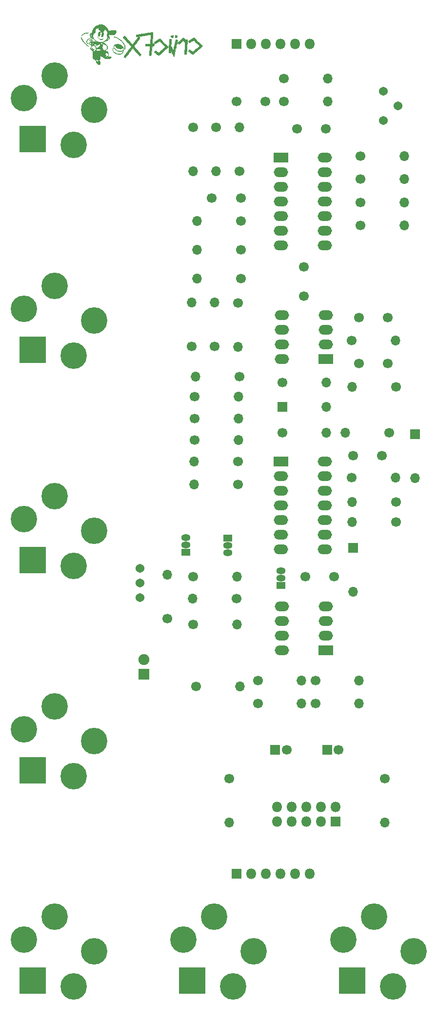
<source format=gbr>
%TF.GenerationSoftware,KiCad,Pcbnew,(5.1.6)-1*%
%TF.CreationDate,2020-06-22T20:03:53-05:00*%
%TF.ProjectId,NOISE_x_S_and_H,4e4f4953-455f-4785-9f53-5f616e645f48,rev?*%
%TF.SameCoordinates,Original*%
%TF.FileFunction,Soldermask,Bot*%
%TF.FilePolarity,Negative*%
%FSLAX46Y46*%
G04 Gerber Fmt 4.6, Leading zero omitted, Abs format (unit mm)*
G04 Created by KiCad (PCBNEW (5.1.6)-1) date 2020-06-22 20:03:53*
%MOMM*%
%LPD*%
G01*
G04 APERTURE LIST*
%ADD10C,0.010000*%
%ADD11O,1.800000X1.800000*%
%ADD12R,1.800000X1.800000*%
%ADD13C,1.700000*%
%ADD14R,1.700000X1.700000*%
%ADD15O,1.700000X1.700000*%
%ADD16O,1.600000X1.150000*%
%ADD17R,1.600000X1.150000*%
%ADD18C,4.600000*%
%ADD19R,4.600000X4.600000*%
%ADD20C,1.540000*%
%ADD21R,1.900000X1.900000*%
%ADD22C,1.900000*%
%ADD23R,2.500000X1.700000*%
%ADD24O,2.500000X1.700000*%
G04 APERTURE END LIST*
D10*
%TO.C,G\u002A\u002A\u002A*%
G36*
X83946169Y-20592517D02*
G01*
X83947704Y-20594344D01*
X83980744Y-20669894D01*
X83992548Y-20779778D01*
X83984016Y-20912551D01*
X83956051Y-21056766D01*
X83909556Y-21200980D01*
X83897614Y-21229980D01*
X83863327Y-21301870D01*
X83832064Y-21337792D01*
X83790319Y-21349866D01*
X83763045Y-21350751D01*
X83695532Y-21339535D01*
X83648584Y-21312532D01*
X83648309Y-21312204D01*
X83629270Y-21260496D01*
X83629132Y-21170049D01*
X83632934Y-21132275D01*
X83649325Y-21028659D01*
X83674235Y-20912371D01*
X83703979Y-20796989D01*
X83734869Y-20696090D01*
X83763218Y-20623252D01*
X83778017Y-20597999D01*
X83829716Y-20568257D01*
X83894764Y-20566236D01*
X83946169Y-20592517D01*
G37*
X83946169Y-20592517D02*
X83947704Y-20594344D01*
X83980744Y-20669894D01*
X83992548Y-20779778D01*
X83984016Y-20912551D01*
X83956051Y-21056766D01*
X83909556Y-21200980D01*
X83897614Y-21229980D01*
X83863327Y-21301870D01*
X83832064Y-21337792D01*
X83790319Y-21349866D01*
X83763045Y-21350751D01*
X83695532Y-21339535D01*
X83648584Y-21312532D01*
X83648309Y-21312204D01*
X83629270Y-21260496D01*
X83629132Y-21170049D01*
X83632934Y-21132275D01*
X83649325Y-21028659D01*
X83674235Y-20912371D01*
X83703979Y-20796989D01*
X83734869Y-20696090D01*
X83763218Y-20623252D01*
X83778017Y-20597999D01*
X83829716Y-20568257D01*
X83894764Y-20566236D01*
X83946169Y-20592517D01*
G36*
X84483586Y-20682354D02*
G01*
X84531091Y-20735798D01*
X84557612Y-20823087D01*
X84562750Y-20937808D01*
X84546108Y-21073546D01*
X84507287Y-21223889D01*
X84458090Y-21354813D01*
X84416232Y-21433600D01*
X84368259Y-21471697D01*
X84299819Y-21475661D01*
X84227077Y-21460351D01*
X84195684Y-21426999D01*
X84182938Y-21351965D01*
X84188737Y-21240838D01*
X84212982Y-21099203D01*
X84235283Y-21005939D01*
X84272679Y-20870178D01*
X84304402Y-20776520D01*
X84334617Y-20717182D01*
X84367491Y-20684378D01*
X84407188Y-20670322D01*
X84415497Y-20669169D01*
X84483586Y-20682354D01*
G37*
X84483586Y-20682354D02*
X84531091Y-20735798D01*
X84557612Y-20823087D01*
X84562750Y-20937808D01*
X84546108Y-21073546D01*
X84507287Y-21223889D01*
X84458090Y-21354813D01*
X84416232Y-21433600D01*
X84368259Y-21471697D01*
X84299819Y-21475661D01*
X84227077Y-21460351D01*
X84195684Y-21426999D01*
X84182938Y-21351965D01*
X84188737Y-21240838D01*
X84212982Y-21099203D01*
X84235283Y-21005939D01*
X84272679Y-20870178D01*
X84304402Y-20776520D01*
X84334617Y-20717182D01*
X84367491Y-20684378D01*
X84407188Y-20670322D01*
X84415497Y-20669169D01*
X84483586Y-20682354D01*
G36*
X83557618Y-21486220D02*
G01*
X83580141Y-21514931D01*
X83660525Y-21615175D01*
X83749564Y-21713375D01*
X83836247Y-21798396D01*
X83909565Y-21859101D01*
X83938097Y-21877024D01*
X84044848Y-21905036D01*
X84171025Y-21893269D01*
X84306475Y-21843306D01*
X84365152Y-21810405D01*
X84447435Y-21762795D01*
X84493403Y-21743662D01*
X84501109Y-21752446D01*
X84468608Y-21788588D01*
X84424001Y-21827308D01*
X84287596Y-21913887D01*
X84147220Y-21955501D01*
X84009964Y-21951525D01*
X83882918Y-21901334D01*
X83848932Y-21877996D01*
X83771811Y-21811444D01*
X83692341Y-21730273D01*
X83619335Y-21645154D01*
X83561605Y-21566758D01*
X83527967Y-21505757D01*
X83522934Y-21483282D01*
X83531453Y-21464490D01*
X83557618Y-21486220D01*
G37*
X83557618Y-21486220D02*
X83580141Y-21514931D01*
X83660525Y-21615175D01*
X83749564Y-21713375D01*
X83836247Y-21798396D01*
X83909565Y-21859101D01*
X83938097Y-21877024D01*
X84044848Y-21905036D01*
X84171025Y-21893269D01*
X84306475Y-21843306D01*
X84365152Y-21810405D01*
X84447435Y-21762795D01*
X84493403Y-21743662D01*
X84501109Y-21752446D01*
X84468608Y-21788588D01*
X84424001Y-21827308D01*
X84287596Y-21913887D01*
X84147220Y-21955501D01*
X84009964Y-21951525D01*
X83882918Y-21901334D01*
X83848932Y-21877996D01*
X83771811Y-21811444D01*
X83692341Y-21730273D01*
X83619335Y-21645154D01*
X83561605Y-21566758D01*
X83527967Y-21505757D01*
X83522934Y-21483282D01*
X83531453Y-21464490D01*
X83557618Y-21486220D01*
G36*
X82928759Y-23630037D02*
G01*
X82924024Y-23639039D01*
X82900067Y-23663320D01*
X82895597Y-23664464D01*
X82893862Y-23648041D01*
X82898598Y-23639039D01*
X82922554Y-23614757D01*
X82927025Y-23613613D01*
X82928759Y-23630037D01*
G37*
X82928759Y-23630037D02*
X82924024Y-23639039D01*
X82900067Y-23663320D01*
X82895597Y-23664464D01*
X82893862Y-23648041D01*
X82898598Y-23639039D01*
X82922554Y-23614757D01*
X82927025Y-23613613D01*
X82928759Y-23630037D01*
G36*
X81652179Y-20813007D02*
G01*
X81485838Y-20845528D01*
X81356818Y-20876126D01*
X81251946Y-20908917D01*
X81158053Y-20948019D01*
X81061996Y-20997535D01*
X80979302Y-21042282D01*
X80931361Y-21064583D01*
X80908937Y-21067500D01*
X80902792Y-21054095D01*
X80902702Y-21050327D01*
X80925559Y-21022370D01*
X80988816Y-20982798D01*
X81084504Y-20935688D01*
X81204656Y-20885117D01*
X81284084Y-20855202D01*
X81485371Y-20799480D01*
X81690891Y-20776227D01*
X81907007Y-20766106D01*
X81652179Y-20813007D01*
G37*
X81652179Y-20813007D02*
X81485838Y-20845528D01*
X81356818Y-20876126D01*
X81251946Y-20908917D01*
X81158053Y-20948019D01*
X81061996Y-20997535D01*
X80979302Y-21042282D01*
X80931361Y-21064583D01*
X80908937Y-21067500D01*
X80902792Y-21054095D01*
X80902702Y-21050327D01*
X80925559Y-21022370D01*
X80988816Y-20982798D01*
X81084504Y-20935688D01*
X81204656Y-20885117D01*
X81284084Y-20855202D01*
X81485371Y-20799480D01*
X81690891Y-20776227D01*
X81907007Y-20766106D01*
X81652179Y-20813007D01*
G36*
X80810281Y-21166839D02*
G01*
X80800336Y-21212509D01*
X80780385Y-21265147D01*
X80756892Y-21305541D01*
X80747646Y-21314160D01*
X80726041Y-21310357D01*
X80724724Y-21302597D01*
X80735272Y-21256998D01*
X80759766Y-21202168D01*
X80787487Y-21159168D01*
X80803759Y-21147347D01*
X80810281Y-21166839D01*
G37*
X80810281Y-21166839D02*
X80800336Y-21212509D01*
X80780385Y-21265147D01*
X80756892Y-21305541D01*
X80747646Y-21314160D01*
X80726041Y-21310357D01*
X80724724Y-21302597D01*
X80735272Y-21256998D01*
X80759766Y-21202168D01*
X80787487Y-21159168D01*
X80803759Y-21147347D01*
X80810281Y-21166839D01*
G36*
X97123659Y-21208887D02*
G01*
X97233270Y-21246888D01*
X97238538Y-21248675D01*
X97314342Y-21277812D01*
X97353896Y-21306578D01*
X97370311Y-21346843D01*
X97373545Y-21370908D01*
X97370031Y-21446182D01*
X97352429Y-21504281D01*
X97300304Y-21557952D01*
X97216133Y-21601773D01*
X97118704Y-21627231D01*
X97074090Y-21630430D01*
X96996997Y-21630430D01*
X96996997Y-21427027D01*
X97149549Y-21427027D01*
X97158224Y-21451791D01*
X97160761Y-21452452D01*
X97182469Y-21434636D01*
X97187687Y-21427027D01*
X97185671Y-21403598D01*
X97176475Y-21401601D01*
X97150584Y-21420058D01*
X97149549Y-21427027D01*
X96996997Y-21427027D01*
X96996997Y-21399888D01*
X96996077Y-21292148D01*
X96999303Y-21224800D01*
X97015656Y-21192221D01*
X97054115Y-21188791D01*
X97123659Y-21208887D01*
G37*
X97123659Y-21208887D02*
X97233270Y-21246888D01*
X97238538Y-21248675D01*
X97314342Y-21277812D01*
X97353896Y-21306578D01*
X97370311Y-21346843D01*
X97373545Y-21370908D01*
X97370031Y-21446182D01*
X97352429Y-21504281D01*
X97300304Y-21557952D01*
X97216133Y-21601773D01*
X97118704Y-21627231D01*
X97074090Y-21630430D01*
X96996997Y-21630430D01*
X96996997Y-21427027D01*
X97149549Y-21427027D01*
X97158224Y-21451791D01*
X97160761Y-21452452D01*
X97182469Y-21434636D01*
X97187687Y-21427027D01*
X97185671Y-21403598D01*
X97176475Y-21401601D01*
X97150584Y-21420058D01*
X97149549Y-21427027D01*
X96996997Y-21427027D01*
X96996997Y-21399888D01*
X96996077Y-21292148D01*
X96999303Y-21224800D01*
X97015656Y-21192221D01*
X97054115Y-21188791D01*
X97123659Y-21208887D01*
G36*
X96681958Y-21230640D02*
G01*
X96682167Y-21258976D01*
X96672671Y-21324058D01*
X96655424Y-21413134D01*
X96650465Y-21436135D01*
X96607772Y-21630430D01*
X96508036Y-21630430D01*
X96418414Y-21616592D01*
X96345244Y-21567211D01*
X96337914Y-21560044D01*
X96297442Y-21504182D01*
X96263127Y-21431128D01*
X96261874Y-21427027D01*
X96437637Y-21427027D01*
X96456985Y-21451713D01*
X96463063Y-21452452D01*
X96487749Y-21433104D01*
X96488488Y-21427027D01*
X96469140Y-21402340D01*
X96463063Y-21401601D01*
X96438376Y-21420949D01*
X96437637Y-21427027D01*
X96261874Y-21427027D01*
X96240702Y-21357755D01*
X96235897Y-21300937D01*
X96243521Y-21282137D01*
X96273614Y-21272844D01*
X96338886Y-21261386D01*
X96424748Y-21249477D01*
X96516611Y-21238830D01*
X96599883Y-21231159D01*
X96659975Y-21228179D01*
X96681958Y-21230640D01*
G37*
X96681958Y-21230640D02*
X96682167Y-21258976D01*
X96672671Y-21324058D01*
X96655424Y-21413134D01*
X96650465Y-21436135D01*
X96607772Y-21630430D01*
X96508036Y-21630430D01*
X96418414Y-21616592D01*
X96345244Y-21567211D01*
X96337914Y-21560044D01*
X96297442Y-21504182D01*
X96263127Y-21431128D01*
X96261874Y-21427027D01*
X96437637Y-21427027D01*
X96456985Y-21451713D01*
X96463063Y-21452452D01*
X96487749Y-21433104D01*
X96488488Y-21427027D01*
X96469140Y-21402340D01*
X96463063Y-21401601D01*
X96438376Y-21420949D01*
X96437637Y-21427027D01*
X96261874Y-21427027D01*
X96240702Y-21357755D01*
X96235897Y-21300937D01*
X96243521Y-21282137D01*
X96273614Y-21272844D01*
X96338886Y-21261386D01*
X96424748Y-21249477D01*
X96516611Y-21238830D01*
X96599883Y-21231159D01*
X96659975Y-21228179D01*
X96681958Y-21230640D01*
G36*
X82243894Y-22150455D02*
G01*
X82301922Y-22205617D01*
X82341144Y-22245179D01*
X82351952Y-22258513D01*
X82345665Y-22264682D01*
X82322486Y-22247117D01*
X82275938Y-22200189D01*
X82236341Y-22158008D01*
X82135835Y-22049950D01*
X82243894Y-22150455D01*
G37*
X82243894Y-22150455D02*
X82301922Y-22205617D01*
X82341144Y-22245179D01*
X82351952Y-22258513D01*
X82345665Y-22264682D01*
X82322486Y-22247117D01*
X82275938Y-22200189D01*
X82236341Y-22158008D01*
X82135835Y-22049950D01*
X82243894Y-22150455D01*
G36*
X80709618Y-21565339D02*
G01*
X80721569Y-21605005D01*
X80805842Y-21851006D01*
X80920923Y-22071311D01*
X80978910Y-22158523D01*
X81056848Y-22258098D01*
X81163883Y-22379891D01*
X81289923Y-22513713D01*
X81424879Y-22649375D01*
X81558660Y-22776689D01*
X81681174Y-22885466D01*
X81767167Y-22954441D01*
X81858878Y-23023538D01*
X81914593Y-23068100D01*
X81939702Y-23093138D01*
X81939594Y-23103666D01*
X81929163Y-23105105D01*
X81895135Y-23092046D01*
X81834107Y-23058256D01*
X81777882Y-23023058D01*
X81686181Y-22953967D01*
X81571600Y-22854116D01*
X81442936Y-22732522D01*
X81308986Y-22598206D01*
X81178547Y-22460185D01*
X81060415Y-22327479D01*
X80963387Y-22209106D01*
X80905427Y-22128578D01*
X80836807Y-22011340D01*
X80775303Y-21884714D01*
X80725355Y-21760366D01*
X80691401Y-21649965D01*
X80677881Y-21565179D01*
X80680107Y-21536318D01*
X80691635Y-21527547D01*
X80709618Y-21565339D01*
G37*
X80709618Y-21565339D02*
X80721569Y-21605005D01*
X80805842Y-21851006D01*
X80920923Y-22071311D01*
X80978910Y-22158523D01*
X81056848Y-22258098D01*
X81163883Y-22379891D01*
X81289923Y-22513713D01*
X81424879Y-22649375D01*
X81558660Y-22776689D01*
X81681174Y-22885466D01*
X81767167Y-22954441D01*
X81858878Y-23023538D01*
X81914593Y-23068100D01*
X81939702Y-23093138D01*
X81939594Y-23103666D01*
X81929163Y-23105105D01*
X81895135Y-23092046D01*
X81834107Y-23058256D01*
X81777882Y-23023058D01*
X81686181Y-22953967D01*
X81571600Y-22854116D01*
X81442936Y-22732522D01*
X81308986Y-22598206D01*
X81178547Y-22460185D01*
X81060415Y-22327479D01*
X80963387Y-22209106D01*
X80905427Y-22128578D01*
X80836807Y-22011340D01*
X80775303Y-21884714D01*
X80725355Y-21760366D01*
X80691401Y-21649965D01*
X80677881Y-21565179D01*
X80680107Y-21536318D01*
X80691635Y-21527547D01*
X80709618Y-21565339D01*
G36*
X86393827Y-21435671D02*
G01*
X86479234Y-21464643D01*
X86588228Y-21507234D01*
X86713389Y-21560654D01*
X86847295Y-21622114D01*
X86890390Y-21642834D01*
X87175238Y-21795969D01*
X87426821Y-21964717D01*
X87662626Y-22161503D01*
X87782269Y-22276486D01*
X87896119Y-22393353D01*
X87980967Y-22488805D01*
X88046078Y-22574909D01*
X88100722Y-22663733D01*
X88145249Y-22749149D01*
X88209837Y-22896606D01*
X88257814Y-23039644D01*
X88278286Y-23130305D01*
X88289840Y-23248203D01*
X88289504Y-23368677D01*
X88278839Y-23481133D01*
X88259407Y-23574976D01*
X88232772Y-23639611D01*
X88200494Y-23664445D01*
X88199534Y-23664464D01*
X88188256Y-23646644D01*
X88204827Y-23607257D01*
X88226376Y-23536765D01*
X88237202Y-23430952D01*
X88237855Y-23304081D01*
X88228891Y-23170416D01*
X88210861Y-23044221D01*
X88184319Y-22939758D01*
X88178311Y-22923419D01*
X88057091Y-22681060D01*
X87889029Y-22447063D01*
X87677869Y-22224607D01*
X87427354Y-22016868D01*
X87141228Y-21827024D01*
X86823236Y-21658252D01*
X86549288Y-21540880D01*
X86452809Y-21501124D01*
X86376262Y-21464952D01*
X86330881Y-21437892D01*
X86323460Y-21429741D01*
X86339428Y-21423107D01*
X86393827Y-21435671D01*
G37*
X86393827Y-21435671D02*
X86479234Y-21464643D01*
X86588228Y-21507234D01*
X86713389Y-21560654D01*
X86847295Y-21622114D01*
X86890390Y-21642834D01*
X87175238Y-21795969D01*
X87426821Y-21964717D01*
X87662626Y-22161503D01*
X87782269Y-22276486D01*
X87896119Y-22393353D01*
X87980967Y-22488805D01*
X88046078Y-22574909D01*
X88100722Y-22663733D01*
X88145249Y-22749149D01*
X88209837Y-22896606D01*
X88257814Y-23039644D01*
X88278286Y-23130305D01*
X88289840Y-23248203D01*
X88289504Y-23368677D01*
X88278839Y-23481133D01*
X88259407Y-23574976D01*
X88232772Y-23639611D01*
X88200494Y-23664445D01*
X88199534Y-23664464D01*
X88188256Y-23646644D01*
X88204827Y-23607257D01*
X88226376Y-23536765D01*
X88237202Y-23430952D01*
X88237855Y-23304081D01*
X88228891Y-23170416D01*
X88210861Y-23044221D01*
X88184319Y-22939758D01*
X88178311Y-22923419D01*
X88057091Y-22681060D01*
X87889029Y-22447063D01*
X87677869Y-22224607D01*
X87427354Y-22016868D01*
X87141228Y-21827024D01*
X86823236Y-21658252D01*
X86549288Y-21540880D01*
X86452809Y-21501124D01*
X86376262Y-21464952D01*
X86330881Y-21437892D01*
X86323460Y-21429741D01*
X86339428Y-21423107D01*
X86393827Y-21435671D01*
G36*
X87144507Y-22744442D02*
G01*
X87340687Y-22787186D01*
X87530798Y-22863272D01*
X87706680Y-22971939D01*
X87795907Y-23046728D01*
X87904499Y-23168569D01*
X87988672Y-23303696D01*
X88045665Y-23442912D01*
X88072712Y-23577022D01*
X88067051Y-23696828D01*
X88025919Y-23793136D01*
X88021821Y-23798529D01*
X87980463Y-23887909D01*
X87970971Y-23968236D01*
X87946780Y-24110222D01*
X87878024Y-24237837D01*
X87770427Y-24344248D01*
X87629711Y-24422625D01*
X87573982Y-24442083D01*
X87443468Y-24466839D01*
X87285618Y-24475020D01*
X87121121Y-24466760D01*
X86970667Y-24442196D01*
X86953954Y-24438005D01*
X86789847Y-24383237D01*
X86625430Y-24307630D01*
X86471015Y-24217769D01*
X86336918Y-24120236D01*
X86233451Y-24021614D01*
X86177626Y-23942495D01*
X86154211Y-23870737D01*
X86143203Y-23780031D01*
X86143584Y-23683433D01*
X86154336Y-23593996D01*
X86174439Y-23524778D01*
X86202876Y-23488832D01*
X86213203Y-23486486D01*
X86219640Y-23508299D01*
X86211622Y-23564484D01*
X86198162Y-23617176D01*
X86176199Y-23750882D01*
X86196785Y-23869581D01*
X86262719Y-23982595D01*
X86329967Y-24056205D01*
X86435977Y-24141511D01*
X86574435Y-24228121D01*
X86728001Y-24307008D01*
X86879333Y-24369143D01*
X86994835Y-24402371D01*
X87155977Y-24423293D01*
X87326185Y-24424187D01*
X87488991Y-24406360D01*
X87627927Y-24371119D01*
X87682504Y-24347786D01*
X87799046Y-24263111D01*
X87879523Y-24151872D01*
X87917537Y-24023831D01*
X87919701Y-23985918D01*
X87916657Y-23923509D01*
X87902840Y-23901019D01*
X87875625Y-23906342D01*
X87651551Y-23972543D01*
X87418430Y-23988786D01*
X87176578Y-23955093D01*
X86926307Y-23871488D01*
X86833729Y-23828940D01*
X86650794Y-23722237D01*
X86506478Y-23603295D01*
X86402420Y-23476118D01*
X86340260Y-23344706D01*
X86332531Y-23290073D01*
X86372380Y-23290073D01*
X86392891Y-23367592D01*
X86456536Y-23475775D01*
X86560915Y-23585313D01*
X86696473Y-23690038D01*
X86853651Y-23783783D01*
X87022894Y-23860379D01*
X87194645Y-23913660D01*
X87259059Y-23926591D01*
X87390592Y-23938994D01*
X87535283Y-23937796D01*
X87666877Y-23923676D01*
X87708317Y-23914980D01*
X87825025Y-23865257D01*
X87922979Y-23791790D01*
X87984666Y-23725616D01*
X88014254Y-23668445D01*
X88021821Y-23601431D01*
X88006484Y-23465341D01*
X87965052Y-23337160D01*
X87918125Y-23256189D01*
X87884840Y-23215021D01*
X87872165Y-23212975D01*
X87869848Y-23248760D01*
X87869834Y-23250105D01*
X87845289Y-23356238D01*
X87774295Y-23442086D01*
X87698251Y-23489271D01*
X87560655Y-23530342D01*
X87402211Y-23536501D01*
X87233819Y-23511581D01*
X87066378Y-23459413D01*
X86910790Y-23383830D01*
X86777954Y-23288663D01*
X86678771Y-23177746D01*
X86645999Y-23119338D01*
X86621266Y-23054469D01*
X87347915Y-23054469D01*
X87355749Y-23079315D01*
X87393361Y-23102779D01*
X87440292Y-23115598D01*
X87472670Y-23110951D01*
X87473413Y-23088235D01*
X87448742Y-23063086D01*
X87394213Y-23032210D01*
X87359878Y-23039391D01*
X87347915Y-23054469D01*
X86621266Y-23054469D01*
X86616518Y-23042018D01*
X86599878Y-22974373D01*
X86598556Y-22958909D01*
X86597167Y-22951740D01*
X87335335Y-22951740D01*
X87356306Y-22980986D01*
X87404763Y-23012110D01*
X87459027Y-23034017D01*
X87497417Y-23035612D01*
X87498273Y-23035123D01*
X87497901Y-23011482D01*
X87464556Y-22974563D01*
X87463773Y-22973926D01*
X87405302Y-22937951D01*
X87358112Y-22928110D01*
X87335721Y-22946739D01*
X87335335Y-22951740D01*
X86597167Y-22951740D01*
X86589404Y-22911690D01*
X86559786Y-22908680D01*
X86521124Y-22934292D01*
X86426825Y-23038246D01*
X86376377Y-23159767D01*
X86372380Y-23290073D01*
X86332531Y-23290073D01*
X86321636Y-23213062D01*
X86348190Y-23085187D01*
X86421558Y-22965083D01*
X86462244Y-22922134D01*
X86601125Y-22823887D01*
X86766568Y-22762030D01*
X86950415Y-22735803D01*
X87144507Y-22744442D01*
G37*
X87144507Y-22744442D02*
X87340687Y-22787186D01*
X87530798Y-22863272D01*
X87706680Y-22971939D01*
X87795907Y-23046728D01*
X87904499Y-23168569D01*
X87988672Y-23303696D01*
X88045665Y-23442912D01*
X88072712Y-23577022D01*
X88067051Y-23696828D01*
X88025919Y-23793136D01*
X88021821Y-23798529D01*
X87980463Y-23887909D01*
X87970971Y-23968236D01*
X87946780Y-24110222D01*
X87878024Y-24237837D01*
X87770427Y-24344248D01*
X87629711Y-24422625D01*
X87573982Y-24442083D01*
X87443468Y-24466839D01*
X87285618Y-24475020D01*
X87121121Y-24466760D01*
X86970667Y-24442196D01*
X86953954Y-24438005D01*
X86789847Y-24383237D01*
X86625430Y-24307630D01*
X86471015Y-24217769D01*
X86336918Y-24120236D01*
X86233451Y-24021614D01*
X86177626Y-23942495D01*
X86154211Y-23870737D01*
X86143203Y-23780031D01*
X86143584Y-23683433D01*
X86154336Y-23593996D01*
X86174439Y-23524778D01*
X86202876Y-23488832D01*
X86213203Y-23486486D01*
X86219640Y-23508299D01*
X86211622Y-23564484D01*
X86198162Y-23617176D01*
X86176199Y-23750882D01*
X86196785Y-23869581D01*
X86262719Y-23982595D01*
X86329967Y-24056205D01*
X86435977Y-24141511D01*
X86574435Y-24228121D01*
X86728001Y-24307008D01*
X86879333Y-24369143D01*
X86994835Y-24402371D01*
X87155977Y-24423293D01*
X87326185Y-24424187D01*
X87488991Y-24406360D01*
X87627927Y-24371119D01*
X87682504Y-24347786D01*
X87799046Y-24263111D01*
X87879523Y-24151872D01*
X87917537Y-24023831D01*
X87919701Y-23985918D01*
X87916657Y-23923509D01*
X87902840Y-23901019D01*
X87875625Y-23906342D01*
X87651551Y-23972543D01*
X87418430Y-23988786D01*
X87176578Y-23955093D01*
X86926307Y-23871488D01*
X86833729Y-23828940D01*
X86650794Y-23722237D01*
X86506478Y-23603295D01*
X86402420Y-23476118D01*
X86340260Y-23344706D01*
X86332531Y-23290073D01*
X86372380Y-23290073D01*
X86392891Y-23367592D01*
X86456536Y-23475775D01*
X86560915Y-23585313D01*
X86696473Y-23690038D01*
X86853651Y-23783783D01*
X87022894Y-23860379D01*
X87194645Y-23913660D01*
X87259059Y-23926591D01*
X87390592Y-23938994D01*
X87535283Y-23937796D01*
X87666877Y-23923676D01*
X87708317Y-23914980D01*
X87825025Y-23865257D01*
X87922979Y-23791790D01*
X87984666Y-23725616D01*
X88014254Y-23668445D01*
X88021821Y-23601431D01*
X88006484Y-23465341D01*
X87965052Y-23337160D01*
X87918125Y-23256189D01*
X87884840Y-23215021D01*
X87872165Y-23212975D01*
X87869848Y-23248760D01*
X87869834Y-23250105D01*
X87845289Y-23356238D01*
X87774295Y-23442086D01*
X87698251Y-23489271D01*
X87560655Y-23530342D01*
X87402211Y-23536501D01*
X87233819Y-23511581D01*
X87066378Y-23459413D01*
X86910790Y-23383830D01*
X86777954Y-23288663D01*
X86678771Y-23177746D01*
X86645999Y-23119338D01*
X86621266Y-23054469D01*
X87347915Y-23054469D01*
X87355749Y-23079315D01*
X87393361Y-23102779D01*
X87440292Y-23115598D01*
X87472670Y-23110951D01*
X87473413Y-23088235D01*
X87448742Y-23063086D01*
X87394213Y-23032210D01*
X87359878Y-23039391D01*
X87347915Y-23054469D01*
X86621266Y-23054469D01*
X86616518Y-23042018D01*
X86599878Y-22974373D01*
X86598556Y-22958909D01*
X86597167Y-22951740D01*
X87335335Y-22951740D01*
X87356306Y-22980986D01*
X87404763Y-23012110D01*
X87459027Y-23034017D01*
X87497417Y-23035612D01*
X87498273Y-23035123D01*
X87497901Y-23011482D01*
X87464556Y-22974563D01*
X87463773Y-22973926D01*
X87405302Y-22937951D01*
X87358112Y-22928110D01*
X87335721Y-22946739D01*
X87335335Y-22951740D01*
X86597167Y-22951740D01*
X86589404Y-22911690D01*
X86559786Y-22908680D01*
X86521124Y-22934292D01*
X86426825Y-23038246D01*
X86376377Y-23159767D01*
X86372380Y-23290073D01*
X86332531Y-23290073D01*
X86321636Y-23213062D01*
X86348190Y-23085187D01*
X86421558Y-22965083D01*
X86462244Y-22922134D01*
X86601125Y-22823887D01*
X86766568Y-22762030D01*
X86950415Y-22735803D01*
X87144507Y-22744442D01*
G36*
X98589634Y-21795695D02*
G01*
X98666861Y-21875109D01*
X98731108Y-21935258D01*
X98775039Y-21969658D01*
X98790990Y-21973673D01*
X98820755Y-21961346D01*
X98888215Y-21955551D01*
X98967408Y-21956774D01*
X99056231Y-21962497D01*
X99105715Y-21971612D01*
X99127337Y-21989416D01*
X99132573Y-22021207D01*
X99132666Y-22033050D01*
X99130956Y-22072092D01*
X99126094Y-22156323D01*
X99118436Y-22280202D01*
X99108339Y-22438187D01*
X99096160Y-22624739D01*
X99082257Y-22834316D01*
X99066985Y-23061377D01*
X99056390Y-23217239D01*
X99040388Y-23453543D01*
X99025529Y-23676655D01*
X99012168Y-23880923D01*
X99000666Y-24060699D01*
X98991380Y-24210330D01*
X98984670Y-24324168D01*
X98980892Y-24396561D01*
X98980180Y-24418590D01*
X98975232Y-24474232D01*
X98963119Y-24498649D01*
X98961111Y-24498604D01*
X98927443Y-24494715D01*
X98858696Y-24489457D01*
X98780855Y-24484619D01*
X98619669Y-24475533D01*
X98635183Y-24241620D01*
X98640512Y-24155220D01*
X98647885Y-24026977D01*
X98656813Y-23865837D01*
X98666808Y-23680747D01*
X98677383Y-23480652D01*
X98688050Y-23274498D01*
X98689895Y-23238358D01*
X98729093Y-22469008D01*
X98558511Y-22279165D01*
X98387928Y-22089322D01*
X98034588Y-22423203D01*
X97920731Y-22528667D01*
X97820828Y-22617125D01*
X97740455Y-22683944D01*
X97685187Y-22724491D01*
X97660600Y-22734132D01*
X97660520Y-22734047D01*
X97632931Y-22703056D01*
X97584393Y-22648267D01*
X97547331Y-22606346D01*
X97454869Y-22501682D01*
X97702660Y-22262120D01*
X97822222Y-22146690D01*
X97955323Y-22018445D01*
X98084244Y-21894447D01*
X98174910Y-21807425D01*
X98399371Y-21592292D01*
X98589634Y-21795695D01*
G37*
X98589634Y-21795695D02*
X98666861Y-21875109D01*
X98731108Y-21935258D01*
X98775039Y-21969658D01*
X98790990Y-21973673D01*
X98820755Y-21961346D01*
X98888215Y-21955551D01*
X98967408Y-21956774D01*
X99056231Y-21962497D01*
X99105715Y-21971612D01*
X99127337Y-21989416D01*
X99132573Y-22021207D01*
X99132666Y-22033050D01*
X99130956Y-22072092D01*
X99126094Y-22156323D01*
X99118436Y-22280202D01*
X99108339Y-22438187D01*
X99096160Y-22624739D01*
X99082257Y-22834316D01*
X99066985Y-23061377D01*
X99056390Y-23217239D01*
X99040388Y-23453543D01*
X99025529Y-23676655D01*
X99012168Y-23880923D01*
X99000666Y-24060699D01*
X98991380Y-24210330D01*
X98984670Y-24324168D01*
X98980892Y-24396561D01*
X98980180Y-24418590D01*
X98975232Y-24474232D01*
X98963119Y-24498649D01*
X98961111Y-24498604D01*
X98927443Y-24494715D01*
X98858696Y-24489457D01*
X98780855Y-24484619D01*
X98619669Y-24475533D01*
X98635183Y-24241620D01*
X98640512Y-24155220D01*
X98647885Y-24026977D01*
X98656813Y-23865837D01*
X98666808Y-23680747D01*
X98677383Y-23480652D01*
X98688050Y-23274498D01*
X98689895Y-23238358D01*
X98729093Y-22469008D01*
X98558511Y-22279165D01*
X98387928Y-22089322D01*
X98034588Y-22423203D01*
X97920731Y-22528667D01*
X97820828Y-22617125D01*
X97740455Y-22683944D01*
X97685187Y-22724491D01*
X97660600Y-22734132D01*
X97660520Y-22734047D01*
X97632931Y-22703056D01*
X97584393Y-22648267D01*
X97547331Y-22606346D01*
X97454869Y-22501682D01*
X97702660Y-22262120D01*
X97822222Y-22146690D01*
X97955323Y-22018445D01*
X98084244Y-21894447D01*
X98174910Y-21807425D01*
X98399371Y-21592292D01*
X98589634Y-21795695D01*
G36*
X101004281Y-22345121D02*
G01*
X101161459Y-22503041D01*
X101306441Y-22650279D01*
X101435455Y-22782887D01*
X101544730Y-22896918D01*
X101630495Y-22988422D01*
X101688978Y-23053452D01*
X101716407Y-23088060D01*
X101717970Y-23092267D01*
X101697107Y-23114825D01*
X101642297Y-23165680D01*
X101558404Y-23240682D01*
X101450293Y-23335685D01*
X101322829Y-23446543D01*
X101180878Y-23569107D01*
X101029306Y-23699230D01*
X100872976Y-23832766D01*
X100716755Y-23965567D01*
X100565507Y-24093486D01*
X100424098Y-24212376D01*
X100297393Y-24318090D01*
X100190257Y-24406480D01*
X100107556Y-24473399D01*
X100054154Y-24514701D01*
X100035335Y-24526568D01*
X100008151Y-24510924D01*
X99948628Y-24468203D01*
X99863685Y-24403646D01*
X99760244Y-24322494D01*
X99666666Y-24247400D01*
X99554316Y-24155547D01*
X99456591Y-24074095D01*
X99380052Y-24008637D01*
X99331260Y-23964769D01*
X99316557Y-23948826D01*
X99327490Y-23920111D01*
X99361222Y-23867015D01*
X99407211Y-23803554D01*
X99454918Y-23743747D01*
X99493804Y-23701609D01*
X99511159Y-23690023D01*
X99535855Y-23705064D01*
X99592053Y-23746052D01*
X99671725Y-23806952D01*
X99766841Y-23881727D01*
X99779317Y-23891668D01*
X100031807Y-24093180D01*
X100275113Y-23885633D01*
X100380041Y-23795981D01*
X100510404Y-23684377D01*
X100653100Y-23562051D01*
X100795029Y-23440229D01*
X100870570Y-23375314D01*
X101222723Y-23072542D01*
X100719910Y-22569258D01*
X100572390Y-22421796D01*
X100456309Y-22306712D01*
X100367231Y-22220344D01*
X100300722Y-22159030D01*
X100252345Y-22119106D01*
X100217667Y-22096911D01*
X100192253Y-22088782D01*
X100171667Y-22091058D01*
X100151642Y-22099987D01*
X100106103Y-22124852D01*
X100026664Y-22169424D01*
X99923456Y-22227975D01*
X99806611Y-22294777D01*
X99772363Y-22314448D01*
X99659529Y-22378951D01*
X99563283Y-22433260D01*
X99491755Y-22472842D01*
X99453073Y-22493164D01*
X99448703Y-22494895D01*
X99431816Y-22474821D01*
X99399642Y-22424323D01*
X99360560Y-22357989D01*
X99322946Y-22290405D01*
X99295176Y-22236157D01*
X99285524Y-22210746D01*
X99306557Y-22193744D01*
X99365638Y-22155549D01*
X99456521Y-22099949D01*
X99572960Y-22030731D01*
X99708711Y-21951682D01*
X99783819Y-21908544D01*
X100282353Y-21623526D01*
X101004281Y-22345121D01*
G37*
X101004281Y-22345121D02*
X101161459Y-22503041D01*
X101306441Y-22650279D01*
X101435455Y-22782887D01*
X101544730Y-22896918D01*
X101630495Y-22988422D01*
X101688978Y-23053452D01*
X101716407Y-23088060D01*
X101717970Y-23092267D01*
X101697107Y-23114825D01*
X101642297Y-23165680D01*
X101558404Y-23240682D01*
X101450293Y-23335685D01*
X101322829Y-23446543D01*
X101180878Y-23569107D01*
X101029306Y-23699230D01*
X100872976Y-23832766D01*
X100716755Y-23965567D01*
X100565507Y-24093486D01*
X100424098Y-24212376D01*
X100297393Y-24318090D01*
X100190257Y-24406480D01*
X100107556Y-24473399D01*
X100054154Y-24514701D01*
X100035335Y-24526568D01*
X100008151Y-24510924D01*
X99948628Y-24468203D01*
X99863685Y-24403646D01*
X99760244Y-24322494D01*
X99666666Y-24247400D01*
X99554316Y-24155547D01*
X99456591Y-24074095D01*
X99380052Y-24008637D01*
X99331260Y-23964769D01*
X99316557Y-23948826D01*
X99327490Y-23920111D01*
X99361222Y-23867015D01*
X99407211Y-23803554D01*
X99454918Y-23743747D01*
X99493804Y-23701609D01*
X99511159Y-23690023D01*
X99535855Y-23705064D01*
X99592053Y-23746052D01*
X99671725Y-23806952D01*
X99766841Y-23881727D01*
X99779317Y-23891668D01*
X100031807Y-24093180D01*
X100275113Y-23885633D01*
X100380041Y-23795981D01*
X100510404Y-23684377D01*
X100653100Y-23562051D01*
X100795029Y-23440229D01*
X100870570Y-23375314D01*
X101222723Y-23072542D01*
X100719910Y-22569258D01*
X100572390Y-22421796D01*
X100456309Y-22306712D01*
X100367231Y-22220344D01*
X100300722Y-22159030D01*
X100252345Y-22119106D01*
X100217667Y-22096911D01*
X100192253Y-22088782D01*
X100171667Y-22091058D01*
X100151642Y-22099987D01*
X100106103Y-22124852D01*
X100026664Y-22169424D01*
X99923456Y-22227975D01*
X99806611Y-22294777D01*
X99772363Y-22314448D01*
X99659529Y-22378951D01*
X99563283Y-22433260D01*
X99491755Y-22472842D01*
X99453073Y-22493164D01*
X99448703Y-22494895D01*
X99431816Y-22474821D01*
X99399642Y-22424323D01*
X99360560Y-22357989D01*
X99322946Y-22290405D01*
X99295176Y-22236157D01*
X99285524Y-22210746D01*
X99306557Y-22193744D01*
X99365638Y-22155549D01*
X99456521Y-22099949D01*
X99572960Y-22030731D01*
X99708711Y-21951682D01*
X99783819Y-21908544D01*
X100282353Y-21623526D01*
X101004281Y-22345121D01*
G36*
X95079534Y-22522476D02*
G01*
X95236960Y-22680221D01*
X95382561Y-22826874D01*
X95512525Y-22958536D01*
X95623039Y-23071313D01*
X95710290Y-23161306D01*
X95770465Y-23224619D01*
X95799753Y-23257355D01*
X95802002Y-23260888D01*
X95783317Y-23280892D01*
X95730481Y-23329445D01*
X95648318Y-23402437D01*
X95541652Y-23495757D01*
X95415309Y-23605297D01*
X95274113Y-23726945D01*
X95122890Y-23856592D01*
X94966463Y-23990128D01*
X94809658Y-24123442D01*
X94657300Y-24252425D01*
X94514213Y-24372966D01*
X94385222Y-24480955D01*
X94275152Y-24572283D01*
X94188829Y-24642838D01*
X94131076Y-24688512D01*
X94106718Y-24705194D01*
X94106524Y-24705202D01*
X94080905Y-24689368D01*
X94022785Y-24646526D01*
X93938978Y-24581918D01*
X93836303Y-24500782D01*
X93742542Y-24425378D01*
X93630003Y-24333192D01*
X93531980Y-24250995D01*
X93455082Y-24184486D01*
X93405917Y-24139359D01*
X93390944Y-24122339D01*
X93401627Y-24091590D01*
X93436120Y-24037687D01*
X93483494Y-23974609D01*
X93532819Y-23916337D01*
X93573169Y-23876853D01*
X93589870Y-23867868D01*
X93616231Y-23882886D01*
X93673275Y-23923659D01*
X93752309Y-23983764D01*
X93834705Y-24048795D01*
X93927598Y-24122218D01*
X94007718Y-24183588D01*
X94065783Y-24225919D01*
X94091147Y-24241825D01*
X94117468Y-24228942D01*
X94177225Y-24186670D01*
X94265441Y-24118944D01*
X94377143Y-24029700D01*
X94507355Y-23922871D01*
X94651102Y-23802394D01*
X94710298Y-23752098D01*
X95298661Y-23250269D01*
X94792417Y-22744026D01*
X94286174Y-22237782D01*
X93969863Y-22419658D01*
X93817849Y-22507597D01*
X93704106Y-22572964D01*
X93622035Y-22617108D01*
X93565035Y-22641380D01*
X93526506Y-22647130D01*
X93499847Y-22635708D01*
X93478457Y-22608465D01*
X93455737Y-22566749D01*
X93435148Y-22529032D01*
X93406600Y-22481835D01*
X93385323Y-22444989D01*
X93375541Y-22414238D01*
X93381477Y-22385328D01*
X93407355Y-22354002D01*
X93457399Y-22316006D01*
X93535832Y-22267084D01*
X93646878Y-22202980D01*
X93794759Y-22119440D01*
X93901808Y-22058850D01*
X94357066Y-21800341D01*
X95079534Y-22522476D01*
G37*
X95079534Y-22522476D02*
X95236960Y-22680221D01*
X95382561Y-22826874D01*
X95512525Y-22958536D01*
X95623039Y-23071313D01*
X95710290Y-23161306D01*
X95770465Y-23224619D01*
X95799753Y-23257355D01*
X95802002Y-23260888D01*
X95783317Y-23280892D01*
X95730481Y-23329445D01*
X95648318Y-23402437D01*
X95541652Y-23495757D01*
X95415309Y-23605297D01*
X95274113Y-23726945D01*
X95122890Y-23856592D01*
X94966463Y-23990128D01*
X94809658Y-24123442D01*
X94657300Y-24252425D01*
X94514213Y-24372966D01*
X94385222Y-24480955D01*
X94275152Y-24572283D01*
X94188829Y-24642838D01*
X94131076Y-24688512D01*
X94106718Y-24705194D01*
X94106524Y-24705202D01*
X94080905Y-24689368D01*
X94022785Y-24646526D01*
X93938978Y-24581918D01*
X93836303Y-24500782D01*
X93742542Y-24425378D01*
X93630003Y-24333192D01*
X93531980Y-24250995D01*
X93455082Y-24184486D01*
X93405917Y-24139359D01*
X93390944Y-24122339D01*
X93401627Y-24091590D01*
X93436120Y-24037687D01*
X93483494Y-23974609D01*
X93532819Y-23916337D01*
X93573169Y-23876853D01*
X93589870Y-23867868D01*
X93616231Y-23882886D01*
X93673275Y-23923659D01*
X93752309Y-23983764D01*
X93834705Y-24048795D01*
X93927598Y-24122218D01*
X94007718Y-24183588D01*
X94065783Y-24225919D01*
X94091147Y-24241825D01*
X94117468Y-24228942D01*
X94177225Y-24186670D01*
X94265441Y-24118944D01*
X94377143Y-24029700D01*
X94507355Y-23922871D01*
X94651102Y-23802394D01*
X94710298Y-23752098D01*
X95298661Y-23250269D01*
X94792417Y-22744026D01*
X94286174Y-22237782D01*
X93969863Y-22419658D01*
X93817849Y-22507597D01*
X93704106Y-22572964D01*
X93622035Y-22617108D01*
X93565035Y-22641380D01*
X93526506Y-22647130D01*
X93499847Y-22635708D01*
X93478457Y-22608465D01*
X93455737Y-22566749D01*
X93435148Y-22529032D01*
X93406600Y-22481835D01*
X93385323Y-22444989D01*
X93375541Y-22414238D01*
X93381477Y-22385328D01*
X93407355Y-22354002D01*
X93457399Y-22316006D01*
X93535832Y-22267084D01*
X93646878Y-22202980D01*
X93794759Y-22119440D01*
X93901808Y-22058850D01*
X94357066Y-21800341D01*
X95079534Y-22522476D01*
G36*
X96334060Y-22030881D02*
G01*
X96331929Y-22129009D01*
X96327372Y-22262463D01*
X96320995Y-22415809D01*
X96313405Y-22573614D01*
X96310847Y-22622022D01*
X96289509Y-23016116D01*
X96471631Y-23416178D01*
X96531730Y-23546631D01*
X96585006Y-23659323D01*
X96627806Y-23746764D01*
X96656479Y-23801462D01*
X96666903Y-23816629D01*
X96675322Y-23792817D01*
X96693619Y-23724809D01*
X96720480Y-23618011D01*
X96754592Y-23477829D01*
X96794641Y-23309670D01*
X96839314Y-23118942D01*
X96887297Y-22911051D01*
X96893804Y-22882632D01*
X96941849Y-22672721D01*
X96986224Y-22479055D01*
X97025680Y-22307070D01*
X97058969Y-22162204D01*
X97084839Y-22049892D01*
X97102042Y-21975572D01*
X97109329Y-21944680D01*
X97109483Y-21944136D01*
X97133157Y-21947186D01*
X97193476Y-21959112D01*
X97277535Y-21977357D01*
X97280124Y-21977938D01*
X97372050Y-22001262D01*
X97422326Y-22022202D01*
X97439696Y-22045185D01*
X97438893Y-22058326D01*
X97431485Y-22090430D01*
X97413759Y-22167476D01*
X97386778Y-22284844D01*
X97351601Y-22437914D01*
X97309291Y-22622066D01*
X97260909Y-22832681D01*
X97207517Y-23065138D01*
X97150176Y-23314818D01*
X97110754Y-23486486D01*
X97051556Y-23744166D01*
X96995712Y-23987004D01*
X96944268Y-24210478D01*
X96898268Y-24410062D01*
X96858756Y-24581231D01*
X96826776Y-24719460D01*
X96803372Y-24820224D01*
X96789588Y-24878999D01*
X96786251Y-24892651D01*
X96774375Y-24876629D01*
X96744535Y-24820492D01*
X96699777Y-24730432D01*
X96643147Y-24612643D01*
X96577688Y-24473318D01*
X96539796Y-24391426D01*
X96456771Y-24213167D01*
X96391573Y-24079022D01*
X96342155Y-23986303D01*
X96306471Y-23932317D01*
X96282474Y-23914373D01*
X96268117Y-23929781D01*
X96261355Y-23975850D01*
X96260049Y-24023598D01*
X96255531Y-24109784D01*
X96245201Y-24188351D01*
X96245099Y-24188864D01*
X96235132Y-24228172D01*
X96216721Y-24249304D01*
X96177271Y-24256830D01*
X96104188Y-24255318D01*
X96067121Y-24253436D01*
X95903703Y-24244910D01*
X95903587Y-24113596D01*
X95904722Y-24046034D01*
X95907988Y-23935596D01*
X95913065Y-23789740D01*
X95919631Y-23615920D01*
X95927364Y-23421594D01*
X95935943Y-23214216D01*
X95945046Y-23001244D01*
X95954353Y-22790134D01*
X95963540Y-22588341D01*
X95972288Y-22403322D01*
X95980273Y-22242533D01*
X95987176Y-22113430D01*
X95992674Y-22023469D01*
X95995039Y-21992743D01*
X96009452Y-21833834D01*
X96335936Y-21833834D01*
X96334060Y-22030881D01*
G37*
X96334060Y-22030881D02*
X96331929Y-22129009D01*
X96327372Y-22262463D01*
X96320995Y-22415809D01*
X96313405Y-22573614D01*
X96310847Y-22622022D01*
X96289509Y-23016116D01*
X96471631Y-23416178D01*
X96531730Y-23546631D01*
X96585006Y-23659323D01*
X96627806Y-23746764D01*
X96656479Y-23801462D01*
X96666903Y-23816629D01*
X96675322Y-23792817D01*
X96693619Y-23724809D01*
X96720480Y-23618011D01*
X96754592Y-23477829D01*
X96794641Y-23309670D01*
X96839314Y-23118942D01*
X96887297Y-22911051D01*
X96893804Y-22882632D01*
X96941849Y-22672721D01*
X96986224Y-22479055D01*
X97025680Y-22307070D01*
X97058969Y-22162204D01*
X97084839Y-22049892D01*
X97102042Y-21975572D01*
X97109329Y-21944680D01*
X97109483Y-21944136D01*
X97133157Y-21947186D01*
X97193476Y-21959112D01*
X97277535Y-21977357D01*
X97280124Y-21977938D01*
X97372050Y-22001262D01*
X97422326Y-22022202D01*
X97439696Y-22045185D01*
X97438893Y-22058326D01*
X97431485Y-22090430D01*
X97413759Y-22167476D01*
X97386778Y-22284844D01*
X97351601Y-22437914D01*
X97309291Y-22622066D01*
X97260909Y-22832681D01*
X97207517Y-23065138D01*
X97150176Y-23314818D01*
X97110754Y-23486486D01*
X97051556Y-23744166D01*
X96995712Y-23987004D01*
X96944268Y-24210478D01*
X96898268Y-24410062D01*
X96858756Y-24581231D01*
X96826776Y-24719460D01*
X96803372Y-24820224D01*
X96789588Y-24878999D01*
X96786251Y-24892651D01*
X96774375Y-24876629D01*
X96744535Y-24820492D01*
X96699777Y-24730432D01*
X96643147Y-24612643D01*
X96577688Y-24473318D01*
X96539796Y-24391426D01*
X96456771Y-24213167D01*
X96391573Y-24079022D01*
X96342155Y-23986303D01*
X96306471Y-23932317D01*
X96282474Y-23914373D01*
X96268117Y-23929781D01*
X96261355Y-23975850D01*
X96260049Y-24023598D01*
X96255531Y-24109784D01*
X96245201Y-24188351D01*
X96245099Y-24188864D01*
X96235132Y-24228172D01*
X96216721Y-24249304D01*
X96177271Y-24256830D01*
X96104188Y-24255318D01*
X96067121Y-24253436D01*
X95903703Y-24244910D01*
X95903587Y-24113596D01*
X95904722Y-24046034D01*
X95907988Y-23935596D01*
X95913065Y-23789740D01*
X95919631Y-23615920D01*
X95927364Y-23421594D01*
X95935943Y-23214216D01*
X95945046Y-23001244D01*
X95954353Y-22790134D01*
X95963540Y-22588341D01*
X95972288Y-22403322D01*
X95980273Y-22242533D01*
X95987176Y-22113430D01*
X95992674Y-22023469D01*
X95995039Y-21992743D01*
X96009452Y-21833834D01*
X96335936Y-21833834D01*
X96334060Y-22030881D01*
G36*
X93153459Y-20703812D02*
G01*
X93151900Y-20780750D01*
X93146518Y-20902186D01*
X93137506Y-21065029D01*
X93125059Y-21266192D01*
X93109369Y-21502583D01*
X93090629Y-21771115D01*
X93069032Y-22068696D01*
X93044771Y-22392238D01*
X93038389Y-22475826D01*
X93023291Y-22672873D01*
X93338059Y-22672873D01*
X93330541Y-22844494D01*
X93323023Y-23016116D01*
X93158422Y-23028829D01*
X92993820Y-23041541D01*
X92939603Y-23613613D01*
X92910145Y-23912642D01*
X92882773Y-24166358D01*
X92857633Y-24373630D01*
X92834870Y-24533329D01*
X92814629Y-24644326D01*
X92799793Y-24698805D01*
X92778962Y-24754267D01*
X92631473Y-24675653D01*
X92555465Y-24634991D01*
X92499966Y-24605020D01*
X92477505Y-24592525D01*
X92478089Y-24567336D01*
X92486702Y-24507923D01*
X92494754Y-24462896D01*
X92504455Y-24399480D01*
X92517725Y-24295305D01*
X92533423Y-24160245D01*
X92550410Y-24004174D01*
X92567546Y-23836966D01*
X92570791Y-23804076D01*
X92587247Y-23637168D01*
X92602856Y-23480684D01*
X92616652Y-23344166D01*
X92627669Y-23237153D01*
X92634941Y-23169184D01*
X92635913Y-23160675D01*
X92648725Y-23050980D01*
X92257220Y-23068887D01*
X91865715Y-23086793D01*
X91857031Y-22917917D01*
X91854399Y-22832657D01*
X91855855Y-22771690D01*
X91861061Y-22748262D01*
X91889557Y-22746590D01*
X91959769Y-22742493D01*
X92062648Y-22736498D01*
X92189145Y-22729132D01*
X92263855Y-22724784D01*
X92399125Y-22716301D01*
X92515434Y-22707844D01*
X92603795Y-22700159D01*
X92655220Y-22693992D01*
X92664469Y-22691553D01*
X92668972Y-22664599D01*
X92676380Y-22594401D01*
X92686130Y-22488370D01*
X92697656Y-22353917D01*
X92710396Y-22198453D01*
X92723784Y-22029390D01*
X92737256Y-21854139D01*
X92750249Y-21680110D01*
X92762198Y-21514715D01*
X92772538Y-21365365D01*
X92780706Y-21239471D01*
X92786137Y-21144444D01*
X92788266Y-21087696D01*
X92787560Y-21074772D01*
X92761673Y-21076704D01*
X92692024Y-21086031D01*
X92585001Y-21101719D01*
X92446989Y-21122733D01*
X92284373Y-21148040D01*
X92103541Y-21176605D01*
X91910879Y-21207394D01*
X91712772Y-21239372D01*
X91515607Y-21271505D01*
X91325769Y-21302760D01*
X91149646Y-21332101D01*
X90993622Y-21358495D01*
X90864085Y-21380908D01*
X90767420Y-21398304D01*
X90710014Y-21409651D01*
X90696645Y-21413398D01*
X90709589Y-21432425D01*
X90754187Y-21470510D01*
X90803113Y-21506753D01*
X90867148Y-21555373D01*
X90909720Y-21594372D01*
X90920320Y-21610672D01*
X90905988Y-21633760D01*
X90865689Y-21692295D01*
X90803468Y-21780674D01*
X90723369Y-21893295D01*
X90629437Y-22024556D01*
X90525716Y-22168852D01*
X90416251Y-22320581D01*
X90305087Y-22474141D01*
X90196268Y-22623928D01*
X90093839Y-22764341D01*
X90001844Y-22889775D01*
X89924329Y-22994629D01*
X89865337Y-23073299D01*
X89849555Y-23093948D01*
X89860767Y-23119686D01*
X89904781Y-23180085D01*
X89979583Y-23272742D01*
X90083160Y-23395255D01*
X90213496Y-23545224D01*
X90368577Y-23720245D01*
X90463533Y-23826140D01*
X90606921Y-23985931D01*
X90738978Y-24134039D01*
X90855957Y-24266190D01*
X90954113Y-24378111D01*
X91029698Y-24465528D01*
X91078966Y-24524166D01*
X91098172Y-24549752D01*
X91098298Y-24550271D01*
X91081472Y-24576621D01*
X91037616Y-24626504D01*
X90983639Y-24681721D01*
X90868980Y-24794251D01*
X90809449Y-24731510D01*
X90778407Y-24697800D01*
X90717921Y-24631229D01*
X90632496Y-24536790D01*
X90526640Y-24419477D01*
X90404862Y-24284283D01*
X90271667Y-24136202D01*
X90183946Y-24038567D01*
X89617974Y-23408365D01*
X89397608Y-23708036D01*
X89319529Y-23814302D01*
X89218665Y-23951710D01*
X89102269Y-24110373D01*
X88977595Y-24280402D01*
X88851895Y-24451909D01*
X88772186Y-24560710D01*
X88664783Y-24706629D01*
X88567069Y-24838019D01*
X88483064Y-24949585D01*
X88416787Y-25036034D01*
X88372257Y-25092071D01*
X88353493Y-25112401D01*
X88353385Y-25112405D01*
X88327545Y-25097148D01*
X88275016Y-25059064D01*
X88225225Y-25020579D01*
X88163456Y-24966373D01*
X88123063Y-24920628D01*
X88113587Y-24899286D01*
X88128763Y-24872777D01*
X88170964Y-24809782D01*
X88237036Y-24714745D01*
X88323825Y-24592108D01*
X88428177Y-24446312D01*
X88546940Y-24281802D01*
X88676959Y-24103018D01*
X88742867Y-24012853D01*
X88876922Y-23829438D01*
X89001162Y-23658826D01*
X89112460Y-23505355D01*
X89207692Y-23373361D01*
X89283733Y-23267183D01*
X89337458Y-23191159D01*
X89365743Y-23149626D01*
X89369369Y-23143164D01*
X89352900Y-23121892D01*
X89305849Y-23066904D01*
X89231751Y-22982195D01*
X89134142Y-22871755D01*
X89016557Y-22739577D01*
X88882531Y-22589654D01*
X88735599Y-22425979D01*
X88657457Y-22339187D01*
X88505267Y-22169838D01*
X88364207Y-22011953D01*
X88237817Y-21869563D01*
X88129638Y-21746699D01*
X88043212Y-21647394D01*
X87982078Y-21575677D01*
X87949777Y-21535580D01*
X87945545Y-21528639D01*
X87963620Y-21502800D01*
X88010734Y-21455905D01*
X88068813Y-21404832D01*
X88192082Y-21301626D01*
X88812507Y-21991084D01*
X88958051Y-22152899D01*
X89095764Y-22306153D01*
X89221220Y-22445908D01*
X89329990Y-22567226D01*
X89417646Y-22665169D01*
X89479761Y-22734799D01*
X89510501Y-22769558D01*
X89588069Y-22858573D01*
X90643931Y-21420039D01*
X90508802Y-21437667D01*
X90421237Y-21450203D01*
X90347647Y-21462641D01*
X90320914Y-21468226D01*
X90292337Y-21470324D01*
X90273178Y-21452844D01*
X90258503Y-21405813D01*
X90243381Y-21319257D01*
X90241632Y-21307896D01*
X90228854Y-21221499D01*
X90220411Y-21158644D01*
X90218047Y-21132371D01*
X90218115Y-21132255D01*
X90245809Y-21125781D01*
X90318137Y-21112584D01*
X90429702Y-21093508D01*
X90575108Y-21069395D01*
X90748958Y-21041087D01*
X90945855Y-21009426D01*
X91160401Y-20975255D01*
X91387201Y-20939417D01*
X91620857Y-20902753D01*
X91855972Y-20866106D01*
X92087149Y-20830318D01*
X92308993Y-20796233D01*
X92516104Y-20764692D01*
X92703088Y-20736537D01*
X92864547Y-20712612D01*
X92995084Y-20693758D01*
X93089302Y-20680817D01*
X93141805Y-20674633D01*
X93151003Y-20674460D01*
X93153459Y-20703812D01*
G37*
X93153459Y-20703812D02*
X93151900Y-20780750D01*
X93146518Y-20902186D01*
X93137506Y-21065029D01*
X93125059Y-21266192D01*
X93109369Y-21502583D01*
X93090629Y-21771115D01*
X93069032Y-22068696D01*
X93044771Y-22392238D01*
X93038389Y-22475826D01*
X93023291Y-22672873D01*
X93338059Y-22672873D01*
X93330541Y-22844494D01*
X93323023Y-23016116D01*
X93158422Y-23028829D01*
X92993820Y-23041541D01*
X92939603Y-23613613D01*
X92910145Y-23912642D01*
X92882773Y-24166358D01*
X92857633Y-24373630D01*
X92834870Y-24533329D01*
X92814629Y-24644326D01*
X92799793Y-24698805D01*
X92778962Y-24754267D01*
X92631473Y-24675653D01*
X92555465Y-24634991D01*
X92499966Y-24605020D01*
X92477505Y-24592525D01*
X92478089Y-24567336D01*
X92486702Y-24507923D01*
X92494754Y-24462896D01*
X92504455Y-24399480D01*
X92517725Y-24295305D01*
X92533423Y-24160245D01*
X92550410Y-24004174D01*
X92567546Y-23836966D01*
X92570791Y-23804076D01*
X92587247Y-23637168D01*
X92602856Y-23480684D01*
X92616652Y-23344166D01*
X92627669Y-23237153D01*
X92634941Y-23169184D01*
X92635913Y-23160675D01*
X92648725Y-23050980D01*
X92257220Y-23068887D01*
X91865715Y-23086793D01*
X91857031Y-22917917D01*
X91854399Y-22832657D01*
X91855855Y-22771690D01*
X91861061Y-22748262D01*
X91889557Y-22746590D01*
X91959769Y-22742493D01*
X92062648Y-22736498D01*
X92189145Y-22729132D01*
X92263855Y-22724784D01*
X92399125Y-22716301D01*
X92515434Y-22707844D01*
X92603795Y-22700159D01*
X92655220Y-22693992D01*
X92664469Y-22691553D01*
X92668972Y-22664599D01*
X92676380Y-22594401D01*
X92686130Y-22488370D01*
X92697656Y-22353917D01*
X92710396Y-22198453D01*
X92723784Y-22029390D01*
X92737256Y-21854139D01*
X92750249Y-21680110D01*
X92762198Y-21514715D01*
X92772538Y-21365365D01*
X92780706Y-21239471D01*
X92786137Y-21144444D01*
X92788266Y-21087696D01*
X92787560Y-21074772D01*
X92761673Y-21076704D01*
X92692024Y-21086031D01*
X92585001Y-21101719D01*
X92446989Y-21122733D01*
X92284373Y-21148040D01*
X92103541Y-21176605D01*
X91910879Y-21207394D01*
X91712772Y-21239372D01*
X91515607Y-21271505D01*
X91325769Y-21302760D01*
X91149646Y-21332101D01*
X90993622Y-21358495D01*
X90864085Y-21380908D01*
X90767420Y-21398304D01*
X90710014Y-21409651D01*
X90696645Y-21413398D01*
X90709589Y-21432425D01*
X90754187Y-21470510D01*
X90803113Y-21506753D01*
X90867148Y-21555373D01*
X90909720Y-21594372D01*
X90920320Y-21610672D01*
X90905988Y-21633760D01*
X90865689Y-21692295D01*
X90803468Y-21780674D01*
X90723369Y-21893295D01*
X90629437Y-22024556D01*
X90525716Y-22168852D01*
X90416251Y-22320581D01*
X90305087Y-22474141D01*
X90196268Y-22623928D01*
X90093839Y-22764341D01*
X90001844Y-22889775D01*
X89924329Y-22994629D01*
X89865337Y-23073299D01*
X89849555Y-23093948D01*
X89860767Y-23119686D01*
X89904781Y-23180085D01*
X89979583Y-23272742D01*
X90083160Y-23395255D01*
X90213496Y-23545224D01*
X90368577Y-23720245D01*
X90463533Y-23826140D01*
X90606921Y-23985931D01*
X90738978Y-24134039D01*
X90855957Y-24266190D01*
X90954113Y-24378111D01*
X91029698Y-24465528D01*
X91078966Y-24524166D01*
X91098172Y-24549752D01*
X91098298Y-24550271D01*
X91081472Y-24576621D01*
X91037616Y-24626504D01*
X90983639Y-24681721D01*
X90868980Y-24794251D01*
X90809449Y-24731510D01*
X90778407Y-24697800D01*
X90717921Y-24631229D01*
X90632496Y-24536790D01*
X90526640Y-24419477D01*
X90404862Y-24284283D01*
X90271667Y-24136202D01*
X90183946Y-24038567D01*
X89617974Y-23408365D01*
X89397608Y-23708036D01*
X89319529Y-23814302D01*
X89218665Y-23951710D01*
X89102269Y-24110373D01*
X88977595Y-24280402D01*
X88851895Y-24451909D01*
X88772186Y-24560710D01*
X88664783Y-24706629D01*
X88567069Y-24838019D01*
X88483064Y-24949585D01*
X88416787Y-25036034D01*
X88372257Y-25092071D01*
X88353493Y-25112401D01*
X88353385Y-25112405D01*
X88327545Y-25097148D01*
X88275016Y-25059064D01*
X88225225Y-25020579D01*
X88163456Y-24966373D01*
X88123063Y-24920628D01*
X88113587Y-24899286D01*
X88128763Y-24872777D01*
X88170964Y-24809782D01*
X88237036Y-24714745D01*
X88323825Y-24592108D01*
X88428177Y-24446312D01*
X88546940Y-24281802D01*
X88676959Y-24103018D01*
X88742867Y-24012853D01*
X88876922Y-23829438D01*
X89001162Y-23658826D01*
X89112460Y-23505355D01*
X89207692Y-23373361D01*
X89283733Y-23267183D01*
X89337458Y-23191159D01*
X89365743Y-23149626D01*
X89369369Y-23143164D01*
X89352900Y-23121892D01*
X89305849Y-23066904D01*
X89231751Y-22982195D01*
X89134142Y-22871755D01*
X89016557Y-22739577D01*
X88882531Y-22589654D01*
X88735599Y-22425979D01*
X88657457Y-22339187D01*
X88505267Y-22169838D01*
X88364207Y-22011953D01*
X88237817Y-21869563D01*
X88129638Y-21746699D01*
X88043212Y-21647394D01*
X87982078Y-21575677D01*
X87949777Y-21535580D01*
X87945545Y-21528639D01*
X87963620Y-21502800D01*
X88010734Y-21455905D01*
X88068813Y-21404832D01*
X88192082Y-21301626D01*
X88812507Y-21991084D01*
X88958051Y-22152899D01*
X89095764Y-22306153D01*
X89221220Y-22445908D01*
X89329990Y-22567226D01*
X89417646Y-22665169D01*
X89479761Y-22734799D01*
X89510501Y-22769558D01*
X89588069Y-22858573D01*
X90643931Y-21420039D01*
X90508802Y-21437667D01*
X90421237Y-21450203D01*
X90347647Y-21462641D01*
X90320914Y-21468226D01*
X90292337Y-21470324D01*
X90273178Y-21452844D01*
X90258503Y-21405813D01*
X90243381Y-21319257D01*
X90241632Y-21307896D01*
X90228854Y-21221499D01*
X90220411Y-21158644D01*
X90218047Y-21132371D01*
X90218115Y-21132255D01*
X90245809Y-21125781D01*
X90318137Y-21112584D01*
X90429702Y-21093508D01*
X90575108Y-21069395D01*
X90748958Y-21041087D01*
X90945855Y-21009426D01*
X91160401Y-20975255D01*
X91387201Y-20939417D01*
X91620857Y-20902753D01*
X91855972Y-20866106D01*
X92087149Y-20830318D01*
X92308993Y-20796233D01*
X92516104Y-20764692D01*
X92703088Y-20736537D01*
X92864547Y-20712612D01*
X92995084Y-20693758D01*
X93089302Y-20680817D01*
X93141805Y-20674633D01*
X93151003Y-20674460D01*
X93153459Y-20703812D01*
G36*
X84316293Y-19351985D02*
G01*
X84563693Y-19432263D01*
X84783664Y-19551440D01*
X84978785Y-19711705D01*
X85151637Y-19915251D01*
X85304799Y-20164268D01*
X85329742Y-20212629D01*
X85428660Y-20409342D01*
X85625591Y-20396319D01*
X85728808Y-20389089D01*
X85865125Y-20378975D01*
X86016965Y-20367305D01*
X86166752Y-20355409D01*
X86169759Y-20355165D01*
X86303088Y-20345947D01*
X86423183Y-20340550D01*
X86518399Y-20339295D01*
X86577094Y-20342503D01*
X86583711Y-20343779D01*
X86660195Y-20387052D01*
X86713976Y-20465475D01*
X86742163Y-20567364D01*
X86741864Y-20681037D01*
X86710188Y-20794811D01*
X86700437Y-20815370D01*
X86611260Y-20936598D01*
X86485336Y-21032189D01*
X86330947Y-21100134D01*
X86156375Y-21138422D01*
X85969902Y-21145045D01*
X85779811Y-21117992D01*
X85637247Y-21073369D01*
X85562211Y-21044456D01*
X85508462Y-21025152D01*
X85491050Y-21020220D01*
X85483132Y-21042714D01*
X85478267Y-21098479D01*
X85477813Y-21115565D01*
X85470443Y-21189602D01*
X85452610Y-21289963D01*
X85429672Y-21388889D01*
X85407755Y-21476466D01*
X85393297Y-21542150D01*
X85389094Y-21573103D01*
X85389398Y-21573859D01*
X85411128Y-21564785D01*
X85454654Y-21533191D01*
X85455783Y-21532278D01*
X85495047Y-21493709D01*
X85496078Y-21463240D01*
X85481697Y-21442654D01*
X85464183Y-21409637D01*
X85474724Y-21401601D01*
X85515399Y-21424164D01*
X85552140Y-21480851D01*
X85576227Y-21555163D01*
X85580981Y-21602635D01*
X85560731Y-21716099D01*
X85506299Y-21836886D01*
X85427159Y-21946242D01*
X85387624Y-21985316D01*
X85295553Y-22054678D01*
X85190002Y-22116850D01*
X85086632Y-22163968D01*
X85001110Y-22188169D01*
X84980305Y-22189790D01*
X84937404Y-22199499D01*
X84861368Y-22225103D01*
X84765290Y-22261314D01*
X84662265Y-22302845D01*
X84565386Y-22344409D01*
X84487748Y-22380718D01*
X84442443Y-22406485D01*
X84441133Y-22407505D01*
X84440651Y-22434449D01*
X84466860Y-22473703D01*
X84505096Y-22507986D01*
X84536851Y-22520320D01*
X84601716Y-22535742D01*
X84692034Y-22576940D01*
X84794898Y-22636312D01*
X84897396Y-22706256D01*
X84986620Y-22779171D01*
X85003371Y-22795037D01*
X85130933Y-22946816D01*
X85213162Y-23105653D01*
X85248805Y-23266942D01*
X85236607Y-23426081D01*
X85202494Y-23526043D01*
X85156735Y-23600528D01*
X85090354Y-23678253D01*
X85015584Y-23747834D01*
X84944654Y-23797883D01*
X84889918Y-23817017D01*
X84851591Y-23812583D01*
X84853094Y-23796698D01*
X84896925Y-23765485D01*
X84938989Y-23740940D01*
X85052362Y-23651188D01*
X85138820Y-23531758D01*
X85188055Y-23398105D01*
X85193908Y-23358796D01*
X85190995Y-23240955D01*
X85164883Y-23118828D01*
X85121104Y-23010659D01*
X85065285Y-22934777D01*
X85015266Y-22900822D01*
X84935072Y-22857905D01*
X84836311Y-22810971D01*
X84730593Y-22764966D01*
X84629528Y-22724836D01*
X84544725Y-22695526D01*
X84487795Y-22681982D01*
X84473444Y-22682654D01*
X84446807Y-22716232D01*
X84436836Y-22773262D01*
X84426968Y-22845314D01*
X84402318Y-22932165D01*
X84392373Y-22958394D01*
X84360690Y-23079522D01*
X84348035Y-23236724D01*
X84347878Y-23257657D01*
X84349609Y-23353454D01*
X84358386Y-23424998D01*
X84379529Y-23490321D01*
X84418361Y-23567455D01*
X84461418Y-23642407D01*
X84574989Y-23836466D01*
X84704706Y-23849854D01*
X84786188Y-23864139D01*
X84897290Y-23891370D01*
X85019924Y-23926884D01*
X85083339Y-23947446D01*
X85213644Y-23995211D01*
X85300411Y-24037910D01*
X85349837Y-24081072D01*
X85368121Y-24130225D01*
X85361458Y-24190900D01*
X85360477Y-24194734D01*
X85363138Y-24247461D01*
X85385351Y-24322576D01*
X85403392Y-24364468D01*
X85444798Y-24496649D01*
X85441444Y-24634877D01*
X85392814Y-24785913D01*
X85367207Y-24838823D01*
X85332118Y-24909612D01*
X85310596Y-24959266D01*
X85307011Y-24974755D01*
X85333109Y-24971928D01*
X85395428Y-24958520D01*
X85481126Y-24937326D01*
X85491992Y-24934491D01*
X85647482Y-24899759D01*
X85761217Y-24888962D01*
X85836550Y-24902567D01*
X85876835Y-24941036D01*
X85886086Y-24989038D01*
X85863353Y-25043469D01*
X85801957Y-25104567D01*
X85712101Y-25164932D01*
X85603986Y-25217159D01*
X85540594Y-25239686D01*
X85422052Y-25267020D01*
X85283711Y-25284750D01*
X85141383Y-25292258D01*
X85010877Y-25288925D01*
X84908002Y-25274132D01*
X84879910Y-25265555D01*
X84829390Y-25242207D01*
X84827567Y-25229498D01*
X84873371Y-25227628D01*
X84965731Y-25236796D01*
X85005479Y-25242169D01*
X85152263Y-25251374D01*
X85306799Y-25241357D01*
X85458435Y-25214877D01*
X85596518Y-25174692D01*
X85710392Y-25123562D01*
X85789406Y-25064245D01*
X85812013Y-25033319D01*
X85831439Y-24985206D01*
X85818918Y-24975035D01*
X85776087Y-25002563D01*
X85727136Y-25045841D01*
X85610898Y-25123969D01*
X85455488Y-25175367D01*
X85259581Y-25200266D01*
X85021854Y-25198896D01*
X84900959Y-25189778D01*
X84817805Y-25179115D01*
X84777826Y-25162328D01*
X84773365Y-25132052D01*
X84789297Y-25096431D01*
X85054243Y-25096431D01*
X85084049Y-25117131D01*
X85119330Y-25118472D01*
X85162373Y-25122554D01*
X85174174Y-25137541D01*
X85189333Y-25162774D01*
X85234837Y-25147271D01*
X85285159Y-25111868D01*
X85330691Y-25079944D01*
X85349454Y-25080939D01*
X85352152Y-25099155D01*
X85363541Y-25134856D01*
X85398092Y-25126140D01*
X85453759Y-25075676D01*
X85493341Y-25022914D01*
X85493388Y-24996003D01*
X85456318Y-24999903D01*
X85424249Y-25015161D01*
X85360760Y-25037633D01*
X85316335Y-25040365D01*
X85249768Y-25037965D01*
X85174877Y-25046177D01*
X85107356Y-25061645D01*
X85062898Y-25081012D01*
X85054243Y-25096431D01*
X84789297Y-25096431D01*
X84793687Y-25086617D01*
X84804606Y-25046930D01*
X84785897Y-25039779D01*
X84748909Y-25067587D01*
X84741942Y-25075575D01*
X84699939Y-25107820D01*
X84677696Y-25113713D01*
X84646067Y-25100685D01*
X84579743Y-25064691D01*
X84486735Y-25010364D01*
X84375056Y-24942339D01*
X84298433Y-24894355D01*
X84181314Y-24821111D01*
X84080083Y-24759444D01*
X84002078Y-24713695D01*
X83954639Y-24688201D01*
X83943624Y-24684595D01*
X83942319Y-24712864D01*
X83947152Y-24776612D01*
X83955186Y-24846747D01*
X83966854Y-24963104D01*
X83974977Y-25092449D01*
X83977033Y-25159364D01*
X83970045Y-25273385D01*
X83939762Y-25354389D01*
X83877667Y-25418018D01*
X83813991Y-25458736D01*
X83786320Y-25478548D01*
X83784600Y-25502369D01*
X83811186Y-25544862D01*
X83832383Y-25573151D01*
X83890999Y-25670057D01*
X83941169Y-25788421D01*
X83977410Y-25910924D01*
X83994244Y-26020249D01*
X83991953Y-26077407D01*
X83952755Y-26192347D01*
X83885399Y-26268689D01*
X83796220Y-26303029D01*
X83691554Y-26291963D01*
X83635992Y-26268653D01*
X83566808Y-26227098D01*
X83512262Y-26186177D01*
X83461029Y-26131175D01*
X83407774Y-26060427D01*
X83361462Y-25987865D01*
X83331055Y-25927419D01*
X83324744Y-25894734D01*
X83341724Y-25889803D01*
X83366807Y-25923288D01*
X83418533Y-25999792D01*
X83491823Y-26084749D01*
X83571258Y-26162037D01*
X83641423Y-26215532D01*
X83651831Y-26221365D01*
X83753685Y-26254831D01*
X83837155Y-26244873D01*
X83899068Y-26196592D01*
X83936253Y-26115089D01*
X83945534Y-26005463D01*
X83923740Y-25872813D01*
X83905394Y-25813835D01*
X83870972Y-25727171D01*
X83835888Y-25656548D01*
X83812723Y-25623145D01*
X83793606Y-25609728D01*
X83796124Y-25631700D01*
X83820935Y-25693915D01*
X83822915Y-25698498D01*
X83861953Y-25810917D01*
X83886691Y-25927675D01*
X83895132Y-26033368D01*
X83885279Y-26112593D01*
X83878664Y-26128514D01*
X83831193Y-26168226D01*
X83755671Y-26181724D01*
X83667706Y-26168866D01*
X83585370Y-26131157D01*
X83533802Y-26084427D01*
X83470657Y-26009348D01*
X83435256Y-25958869D01*
X83597797Y-25958869D01*
X83617902Y-25976759D01*
X83669707Y-25971589D01*
X83740452Y-25944976D01*
X83751613Y-25939387D01*
X83804427Y-25902077D01*
X83827628Y-25866776D01*
X83819611Y-25844352D01*
X83778770Y-25845674D01*
X83764757Y-25850407D01*
X83687932Y-25885416D01*
X83627865Y-25923115D01*
X83598685Y-25954328D01*
X83597797Y-25958869D01*
X83435256Y-25958869D01*
X83409312Y-25921877D01*
X83407392Y-25918835D01*
X83382284Y-25880993D01*
X83521521Y-25880993D01*
X83537484Y-25900518D01*
X83586999Y-25887369D01*
X83657637Y-25849879D01*
X83715773Y-25808151D01*
X83755398Y-25766357D01*
X83768753Y-25734871D01*
X83751834Y-25723924D01*
X83716063Y-25737257D01*
X83659485Y-25770114D01*
X83597809Y-25811783D01*
X83546743Y-25851552D01*
X83521993Y-25878708D01*
X83521521Y-25880993D01*
X83382284Y-25880993D01*
X83337561Y-25813589D01*
X83258397Y-25702844D01*
X83197347Y-25623565D01*
X83141963Y-25548284D01*
X83102991Y-25481761D01*
X83089289Y-25440664D01*
X83086450Y-25417204D01*
X83080337Y-25408207D01*
X83117294Y-25408207D01*
X83123159Y-25434457D01*
X83154765Y-25486558D01*
X83203424Y-25552933D01*
X83260450Y-25622007D01*
X83317159Y-25682203D01*
X83335885Y-25699525D01*
X83423196Y-25754061D01*
X83514694Y-25775400D01*
X83595661Y-25761688D01*
X83632071Y-25736869D01*
X83665264Y-25687736D01*
X83696837Y-25617110D01*
X83700419Y-25606721D01*
X83715328Y-25535569D01*
X83697778Y-25493449D01*
X83641423Y-25473543D01*
X83572372Y-25469124D01*
X83501151Y-25463484D01*
X83402484Y-25450052D01*
X83305405Y-25433158D01*
X83216695Y-25417404D01*
X83149738Y-25408356D01*
X83117957Y-25407793D01*
X83117294Y-25408207D01*
X83080337Y-25408207D01*
X83072702Y-25396972D01*
X83040201Y-25375596D01*
X82981100Y-25348707D01*
X82887554Y-25311934D01*
X82796897Y-25277793D01*
X82726435Y-25247509D01*
X82704345Y-25227648D01*
X82716447Y-25220537D01*
X82748454Y-25202578D01*
X82749269Y-25158940D01*
X82745546Y-25143211D01*
X82739991Y-25098591D01*
X82735276Y-25026843D01*
X83522294Y-25026843D01*
X83529467Y-25075544D01*
X83546454Y-25103736D01*
X83564063Y-25098348D01*
X83567285Y-25090835D01*
X83562887Y-25049447D01*
X83551801Y-25024467D01*
X83629999Y-25024467D01*
X83651884Y-25069907D01*
X83658085Y-25081932D01*
X83692504Y-25136215D01*
X83722382Y-25163723D01*
X83726472Y-25164564D01*
X83738911Y-25147298D01*
X83727207Y-25117979D01*
X83686092Y-25062051D01*
X83658820Y-25035346D01*
X83632273Y-25015360D01*
X83629999Y-25024467D01*
X83551801Y-25024467D01*
X83549519Y-25019326D01*
X83529050Y-24989411D01*
X83522842Y-25006788D01*
X83522294Y-25026843D01*
X82735276Y-25026843D01*
X82734268Y-25011513D01*
X82728738Y-24890364D01*
X82723758Y-24743532D01*
X82719688Y-24579407D01*
X82718339Y-24507478D01*
X82718229Y-24500934D01*
X84836961Y-24500934D01*
X84903866Y-24580446D01*
X84952606Y-24653739D01*
X84968679Y-24728917D01*
X84954877Y-24824250D01*
X84946082Y-24856891D01*
X84932513Y-24939457D01*
X84947174Y-24981907D01*
X84985242Y-24982766D01*
X85041892Y-24940562D01*
X85079796Y-24897742D01*
X85152286Y-24828465D01*
X85238467Y-24795142D01*
X85253403Y-24792474D01*
X85332500Y-24766212D01*
X85379892Y-24713567D01*
X85399222Y-24627623D01*
X85396140Y-24521384D01*
X85359764Y-24393950D01*
X85278040Y-24285736D01*
X85165991Y-24207244D01*
X85121036Y-24187880D01*
X85083993Y-24187844D01*
X85046069Y-24213002D01*
X84998468Y-24269221D01*
X84932395Y-24362367D01*
X84931513Y-24363647D01*
X84836961Y-24500934D01*
X82718229Y-24500934D01*
X82708710Y-23939381D01*
X82638389Y-23886300D01*
X82545171Y-23807966D01*
X82456968Y-23719976D01*
X82383460Y-23633389D01*
X82334327Y-23559264D01*
X82319954Y-23522535D01*
X82312599Y-23437161D01*
X82314546Y-23428168D01*
X82359198Y-23428168D01*
X82374425Y-23526776D01*
X82434725Y-23626345D01*
X82505025Y-23700629D01*
X82576037Y-23763735D01*
X82623536Y-23795185D01*
X82658488Y-23800699D01*
X82680982Y-23792394D01*
X82729242Y-23759592D01*
X82738189Y-23726829D01*
X82706309Y-23684336D01*
X82657793Y-23642688D01*
X82578598Y-23586095D01*
X82521549Y-23565522D01*
X82475712Y-23578364D01*
X82455626Y-23594544D01*
X82434240Y-23611131D01*
X82441120Y-23589762D01*
X82448353Y-23575475D01*
X82483554Y-23526743D01*
X82539473Y-23466798D01*
X82559126Y-23448348D01*
X82598948Y-23414713D01*
X82609038Y-23411602D01*
X82598347Y-23426146D01*
X82575618Y-23457181D01*
X82573504Y-23483398D01*
X82597481Y-23516478D01*
X82653026Y-23568098D01*
X82673309Y-23585992D01*
X82740721Y-23639320D01*
X82796581Y-23672832D01*
X82825672Y-23679410D01*
X82850974Y-23677670D01*
X82845047Y-23698845D01*
X82815166Y-23732633D01*
X82768606Y-23768732D01*
X82757961Y-23775305D01*
X82700708Y-23815526D01*
X82688680Y-23848980D01*
X82722413Y-23886068D01*
X82765115Y-23914565D01*
X82849533Y-23949374D01*
X82942547Y-23948819D01*
X83056124Y-23912320D01*
X83085934Y-23899003D01*
X83143925Y-23856543D01*
X83255432Y-23856543D01*
X83256766Y-23896869D01*
X83256864Y-23897031D01*
X83290042Y-23908630D01*
X83363684Y-23912339D01*
X83468107Y-23908697D01*
X83593628Y-23898245D01*
X83730562Y-23881521D01*
X83838216Y-23864618D01*
X83942161Y-23843050D01*
X84057171Y-23813648D01*
X84171694Y-23780071D01*
X84274176Y-23745979D01*
X84353062Y-23715032D01*
X84396800Y-23690889D01*
X84400864Y-23686385D01*
X84396295Y-23671131D01*
X84348862Y-23676404D01*
X84331959Y-23680394D01*
X84179092Y-23699439D01*
X84043728Y-23673610D01*
X83936047Y-23615512D01*
X83882212Y-23578881D01*
X83837953Y-23556575D01*
X83789218Y-23546104D01*
X83721953Y-23544977D01*
X83622105Y-23550705D01*
X83584961Y-23553298D01*
X83345973Y-23570097D01*
X83328983Y-23649063D01*
X83303869Y-23732558D01*
X83275878Y-23798694D01*
X83255432Y-23856543D01*
X83143925Y-23856543D01*
X83183581Y-23827508D01*
X83244354Y-23721950D01*
X83267039Y-23584520D01*
X83267172Y-23572316D01*
X83246777Y-23402431D01*
X83189308Y-23243705D01*
X83100714Y-23107893D01*
X82986941Y-23006751D01*
X82978286Y-23001334D01*
X82893437Y-22961082D01*
X82815701Y-22954062D01*
X82734535Y-22982728D01*
X82639395Y-23049532D01*
X82590486Y-23091554D01*
X82466575Y-23215212D01*
X82389697Y-23325865D01*
X82359198Y-23428168D01*
X82314546Y-23428168D01*
X82329983Y-23356886D01*
X82376887Y-23269756D01*
X82458091Y-23163819D01*
X82468256Y-23151762D01*
X82604885Y-22990690D01*
X82527811Y-22982614D01*
X82468971Y-22966321D01*
X82437169Y-22939181D01*
X82409304Y-22912251D01*
X82346991Y-22871488D01*
X82261975Y-22824326D01*
X82231203Y-22808757D01*
X82134341Y-22756869D01*
X82082003Y-22720936D01*
X82073677Y-22703717D01*
X82108851Y-22707973D01*
X82187011Y-22736463D01*
X82240287Y-22759850D01*
X82316635Y-22794147D01*
X82372209Y-22817881D01*
X82393162Y-22825425D01*
X82398897Y-22802668D01*
X82398963Y-22801560D01*
X82567044Y-22801560D01*
X82575327Y-22873975D01*
X82603908Y-22915996D01*
X82638620Y-22922133D01*
X82671371Y-22905499D01*
X82699510Y-22860203D01*
X82704015Y-22847202D01*
X82893851Y-22847202D01*
X82904072Y-22886360D01*
X82939488Y-22921294D01*
X83005795Y-22965265D01*
X83126792Y-23062471D01*
X83218697Y-23186537D01*
X83286560Y-23338603D01*
X83314699Y-23408150D01*
X83339255Y-23452518D01*
X83349352Y-23461061D01*
X83376018Y-23446768D01*
X83434996Y-23407725D01*
X83517908Y-23349680D01*
X83616379Y-23278385D01*
X83629420Y-23268787D01*
X83734489Y-23191412D01*
X83829819Y-23121383D01*
X83905154Y-23066222D01*
X83950242Y-23033451D01*
X83951254Y-23032724D01*
X83991069Y-22995606D01*
X84001905Y-22950533D01*
X83994616Y-22894567D01*
X83966889Y-22811781D01*
X83923741Y-22739468D01*
X83920838Y-22736050D01*
X83864764Y-22671899D01*
X83560266Y-22848852D01*
X83423982Y-22926043D01*
X83324264Y-22978180D01*
X83262409Y-23004833D01*
X83239715Y-23005569D01*
X83257479Y-22979956D01*
X83312153Y-22931527D01*
X83372980Y-22867538D01*
X83392155Y-22813374D01*
X83368763Y-22775180D01*
X83337187Y-22763156D01*
X83283705Y-22751019D01*
X83199424Y-22731312D01*
X83106667Y-22709275D01*
X83019640Y-22690049D01*
X82954261Y-22678630D01*
X82923922Y-22677331D01*
X82923497Y-22677637D01*
X82914039Y-22706762D01*
X82902615Y-22767176D01*
X82899468Y-22788242D01*
X82893851Y-22847202D01*
X82704015Y-22847202D01*
X82728474Y-22776616D01*
X82736330Y-22749149D01*
X82760301Y-22655354D01*
X82777285Y-22574083D01*
X82783291Y-22527018D01*
X82801319Y-22478643D01*
X82810829Y-22472182D01*
X83958620Y-22472182D01*
X83977438Y-22501438D01*
X84026601Y-22531260D01*
X84102014Y-22597262D01*
X84160026Y-22704405D01*
X84196486Y-22844731D01*
X84198950Y-22861470D01*
X84218916Y-22943331D01*
X84249381Y-22975694D01*
X84290006Y-22958393D01*
X84320980Y-22921470D01*
X84347803Y-22851373D01*
X84359268Y-22753003D01*
X84355287Y-22646592D01*
X84335775Y-22552371D01*
X84322701Y-22520859D01*
X84276741Y-22459069D01*
X84212817Y-22428911D01*
X84119401Y-22426382D01*
X84068500Y-22432610D01*
X83988651Y-22450001D01*
X83958620Y-22472182D01*
X82810829Y-22472182D01*
X82859517Y-22439108D01*
X82877674Y-22431089D01*
X82936090Y-22398383D01*
X82947437Y-22372792D01*
X82915433Y-22358831D01*
X82843793Y-22361015D01*
X82822605Y-22364190D01*
X82755338Y-22382089D01*
X82708719Y-22417274D01*
X82664431Y-22484215D01*
X82659534Y-22493016D01*
X82609591Y-22601974D01*
X82578613Y-22707858D01*
X82567044Y-22801560D01*
X82398963Y-22801560D01*
X82402349Y-22745055D01*
X82402802Y-22710194D01*
X82411063Y-22616711D01*
X82431574Y-22528178D01*
X82438273Y-22510070D01*
X82473744Y-22425177D01*
X82388100Y-22444493D01*
X82310755Y-22474504D01*
X82232590Y-22522981D01*
X82222310Y-22531247D01*
X82166303Y-22571485D01*
X82131326Y-22584258D01*
X82124808Y-22569326D01*
X82148038Y-22533647D01*
X82166993Y-22491622D01*
X82150208Y-22458757D01*
X82135370Y-22433437D01*
X82160786Y-22433414D01*
X82173357Y-22436515D01*
X82238842Y-22428340D01*
X82286491Y-22389642D01*
X82381836Y-22389642D01*
X82400348Y-22393149D01*
X82449381Y-22370034D01*
X82457716Y-22365593D01*
X82501071Y-22323859D01*
X82543906Y-22254635D01*
X82577648Y-22176446D01*
X82593724Y-22107823D01*
X82590898Y-22077781D01*
X82555394Y-22043572D01*
X82527209Y-22037237D01*
X82490592Y-22051768D01*
X82479128Y-22102540D01*
X82479079Y-22108137D01*
X82467405Y-22176106D01*
X82438366Y-22257467D01*
X82428228Y-22278779D01*
X82391808Y-22353517D01*
X82381836Y-22389642D01*
X82286491Y-22389642D01*
X82306685Y-22373242D01*
X82372754Y-22274735D01*
X82380083Y-22260722D01*
X82422748Y-22133822D01*
X82418051Y-22020545D01*
X82368839Y-21926461D01*
X82277958Y-21857143D01*
X82154417Y-21819110D01*
X82031190Y-21823739D01*
X81914645Y-21874305D01*
X81809852Y-21965919D01*
X81721877Y-22093692D01*
X81655791Y-22252736D01*
X81638283Y-22316917D01*
X81638158Y-22412626D01*
X81681756Y-22493709D01*
X81762776Y-22554663D01*
X81874914Y-22589984D01*
X81958541Y-22596596D01*
X82016829Y-22602571D01*
X82035639Y-22618403D01*
X82034134Y-22622022D01*
X81993525Y-22643872D01*
X81922797Y-22644528D01*
X81836357Y-22627359D01*
X81748612Y-22595732D01*
X81673968Y-22553016D01*
X81649505Y-22532097D01*
X81601552Y-22450646D01*
X81589750Y-22347090D01*
X81610132Y-22230572D01*
X81658731Y-22110233D01*
X81731581Y-21995217D01*
X81824717Y-21894667D01*
X81934171Y-21817725D01*
X81966187Y-21802105D01*
X82096323Y-21770516D01*
X82225954Y-21785991D01*
X82343571Y-21845946D01*
X82401510Y-21899809D01*
X82475639Y-21964631D01*
X82541381Y-21986386D01*
X82595042Y-22007770D01*
X82624823Y-22066108D01*
X82629195Y-22152677D01*
X82606628Y-22258755D01*
X82594919Y-22291684D01*
X82594541Y-22308170D01*
X82613933Y-22318508D01*
X82660833Y-22323522D01*
X82742981Y-22324035D01*
X82868115Y-22320871D01*
X82869008Y-22320843D01*
X83007106Y-22318169D01*
X83105379Y-22321028D01*
X83174643Y-22330349D01*
X83225714Y-22347061D01*
X83236769Y-22352432D01*
X83328302Y-22380363D01*
X83458204Y-22391791D01*
X83488477Y-22391950D01*
X83661361Y-22390707D01*
X83501773Y-22329295D01*
X83389673Y-22279623D01*
X83271493Y-22217343D01*
X83204191Y-22176287D01*
X83095892Y-22093564D01*
X82981621Y-21988424D01*
X82873844Y-21873983D01*
X82785032Y-21763357D01*
X82733016Y-21680660D01*
X82691487Y-21613023D01*
X82649122Y-21564339D01*
X82638166Y-21556291D01*
X82615107Y-21535727D01*
X82624826Y-21529502D01*
X82635661Y-21509130D01*
X82631303Y-21480340D01*
X82679483Y-21480340D01*
X82774377Y-21650731D01*
X82913165Y-21850122D01*
X83091340Y-22026909D01*
X83300116Y-22174764D01*
X83530705Y-22287360D01*
X83750350Y-22353476D01*
X83888026Y-22371797D01*
X84053597Y-22377213D01*
X84225899Y-22370201D01*
X84383767Y-22351240D01*
X84449549Y-22337705D01*
X84563521Y-22297237D01*
X84696770Y-22230723D01*
X84832333Y-22147782D01*
X84834646Y-22146065D01*
X84974846Y-22146065D01*
X85010405Y-22144941D01*
X85087889Y-22116819D01*
X85180703Y-22073092D01*
X85285869Y-22004216D01*
X85382883Y-21912499D01*
X85462215Y-21809989D01*
X85514336Y-21708729D01*
X85530130Y-21631443D01*
X85525947Y-21593136D01*
X85506762Y-21583459D01*
X85462616Y-21602519D01*
X85412038Y-21632703D01*
X85325743Y-21702032D01*
X85283283Y-21780581D01*
X85275876Y-21842971D01*
X85264660Y-21886835D01*
X85225569Y-21932973D01*
X85150436Y-21990446D01*
X85131180Y-22003551D01*
X85034087Y-22073760D01*
X84982358Y-22121801D01*
X84974846Y-22146065D01*
X84834646Y-22146065D01*
X84953245Y-22058037D01*
X84974001Y-22040272D01*
X85055295Y-21949771D01*
X85156155Y-21949771D01*
X85158750Y-21960961D01*
X85183867Y-21945210D01*
X85210496Y-21921007D01*
X85240546Y-21881020D01*
X85250051Y-21849539D01*
X85236132Y-21841191D01*
X85225161Y-21846462D01*
X85198774Y-21873639D01*
X85172039Y-21914512D01*
X85156155Y-21949771D01*
X85055295Y-21949771D01*
X85095895Y-21904574D01*
X85171216Y-21751179D01*
X85201808Y-21575635D01*
X85201590Y-21490590D01*
X85193147Y-21252576D01*
X85193570Y-21059407D01*
X85203086Y-20905816D01*
X85221920Y-20786536D01*
X85233608Y-20742282D01*
X85261722Y-20644872D01*
X85271436Y-20583220D01*
X85260477Y-20544859D01*
X85226577Y-20517324D01*
X85189190Y-20498388D01*
X85121436Y-20450777D01*
X85087109Y-20395913D01*
X85059319Y-20353123D01*
X85001823Y-20296695D01*
X84929196Y-20237991D01*
X84856016Y-20188369D01*
X84796857Y-20159191D01*
X84778956Y-20155756D01*
X84752680Y-20176903D01*
X84719809Y-20229819D01*
X84709067Y-20252447D01*
X84637975Y-20377234D01*
X84546168Y-20485322D01*
X84441835Y-20571715D01*
X84333165Y-20631418D01*
X84228345Y-20659437D01*
X84135564Y-20650776D01*
X84092562Y-20628516D01*
X84062895Y-20599531D01*
X84056146Y-20561627D01*
X84069492Y-20496100D01*
X84071457Y-20488676D01*
X84099241Y-20384584D01*
X84024826Y-20384584D01*
X83930248Y-20369908D01*
X83870530Y-20328739D01*
X83852052Y-20272454D01*
X83838620Y-20225143D01*
X83789807Y-20200754D01*
X83777820Y-20198116D01*
X83708555Y-20167319D01*
X83683329Y-20115219D01*
X83703207Y-20047700D01*
X83741523Y-19997580D01*
X83813914Y-19920454D01*
X83648648Y-19933129D01*
X83528215Y-19947951D01*
X83398435Y-19972225D01*
X83327962Y-19989588D01*
X83172542Y-20033372D01*
X83159533Y-20304323D01*
X83146637Y-20474188D01*
X83124535Y-20602626D01*
X83090214Y-20698681D01*
X83040667Y-20771398D01*
X82988406Y-20818573D01*
X82890160Y-20895252D01*
X82824403Y-20957714D01*
X82781890Y-21020790D01*
X82753373Y-21099314D01*
X82729606Y-21208118D01*
X82722797Y-21244648D01*
X82679483Y-21480340D01*
X82631303Y-21480340D01*
X82628151Y-21459520D01*
X82607864Y-21396309D01*
X82580368Y-21335135D01*
X82551232Y-21291637D01*
X82536275Y-21280827D01*
X82512786Y-21291862D01*
X82504286Y-21335168D01*
X82509793Y-21394739D01*
X82528329Y-21454567D01*
X82548999Y-21488588D01*
X82593493Y-21541441D01*
X82533535Y-21490590D01*
X82496502Y-21450972D01*
X82482724Y-21404205D01*
X82486572Y-21329842D01*
X82487376Y-21322903D01*
X82491749Y-21250076D01*
X82479873Y-21192458D01*
X82445261Y-21128883D01*
X82413950Y-21083382D01*
X82369728Y-21016008D01*
X82343674Y-20965933D01*
X82340681Y-20946739D01*
X82352746Y-20946731D01*
X82376326Y-20966811D01*
X82416789Y-21012850D01*
X82479502Y-21090717D01*
X82522765Y-21145833D01*
X82543922Y-21165530D01*
X82552833Y-21145925D01*
X82554546Y-21104508D01*
X82546764Y-21022489D01*
X82529946Y-20956699D01*
X82502964Y-20910095D01*
X82458920Y-20896044D01*
X82422468Y-20897837D01*
X82347012Y-20923101D01*
X82300805Y-20983591D01*
X82282125Y-21082759D01*
X82284309Y-21174613D01*
X82322599Y-21350389D01*
X82405546Y-21506904D01*
X82528505Y-21637353D01*
X82657057Y-21720671D01*
X82708793Y-21753133D01*
X82717860Y-21772408D01*
X82691310Y-21775958D01*
X82636196Y-21761245D01*
X82593971Y-21743367D01*
X82495585Y-21676949D01*
X82398047Y-21578064D01*
X82315525Y-21463319D01*
X82264872Y-21357524D01*
X82232727Y-21219545D01*
X82227862Y-21085441D01*
X82250393Y-20972191D01*
X82262022Y-20945762D01*
X82305949Y-20883587D01*
X82365589Y-20851805D01*
X82456964Y-20842285D01*
X82466060Y-20842242D01*
X82515448Y-20839580D01*
X82542721Y-20823147D01*
X82557588Y-20780274D01*
X82568368Y-20708759D01*
X82586713Y-20612543D01*
X82616534Y-20496567D01*
X82645877Y-20402521D01*
X82751760Y-20162416D01*
X82892473Y-19945470D01*
X83020698Y-19801918D01*
X84793566Y-19801918D01*
X84799718Y-19858727D01*
X84811861Y-19886832D01*
X84831067Y-19889415D01*
X84838892Y-19859560D01*
X84834845Y-19823374D01*
X84894494Y-19823374D01*
X84906105Y-19869798D01*
X84933722Y-19928054D01*
X84966519Y-19978877D01*
X84993674Y-20003000D01*
X84995526Y-20003203D01*
X85005090Y-19982496D01*
X84993222Y-19929330D01*
X84992900Y-19928403D01*
X84966341Y-19871514D01*
X84934809Y-19827595D01*
X84907767Y-19806746D01*
X84894678Y-19819065D01*
X84894494Y-19823374D01*
X84834845Y-19823374D01*
X84833874Y-19814702D01*
X84820701Y-19781529D01*
X84801600Y-19755048D01*
X84794551Y-19772138D01*
X84793566Y-19801918D01*
X83020698Y-19801918D01*
X83062433Y-19755195D01*
X83256059Y-19595101D01*
X83467768Y-19468698D01*
X83691980Y-19379496D01*
X83923112Y-19331007D01*
X84155583Y-19326739D01*
X84316293Y-19351985D01*
G37*
X84316293Y-19351985D02*
X84563693Y-19432263D01*
X84783664Y-19551440D01*
X84978785Y-19711705D01*
X85151637Y-19915251D01*
X85304799Y-20164268D01*
X85329742Y-20212629D01*
X85428660Y-20409342D01*
X85625591Y-20396319D01*
X85728808Y-20389089D01*
X85865125Y-20378975D01*
X86016965Y-20367305D01*
X86166752Y-20355409D01*
X86169759Y-20355165D01*
X86303088Y-20345947D01*
X86423183Y-20340550D01*
X86518399Y-20339295D01*
X86577094Y-20342503D01*
X86583711Y-20343779D01*
X86660195Y-20387052D01*
X86713976Y-20465475D01*
X86742163Y-20567364D01*
X86741864Y-20681037D01*
X86710188Y-20794811D01*
X86700437Y-20815370D01*
X86611260Y-20936598D01*
X86485336Y-21032189D01*
X86330947Y-21100134D01*
X86156375Y-21138422D01*
X85969902Y-21145045D01*
X85779811Y-21117992D01*
X85637247Y-21073369D01*
X85562211Y-21044456D01*
X85508462Y-21025152D01*
X85491050Y-21020220D01*
X85483132Y-21042714D01*
X85478267Y-21098479D01*
X85477813Y-21115565D01*
X85470443Y-21189602D01*
X85452610Y-21289963D01*
X85429672Y-21388889D01*
X85407755Y-21476466D01*
X85393297Y-21542150D01*
X85389094Y-21573103D01*
X85389398Y-21573859D01*
X85411128Y-21564785D01*
X85454654Y-21533191D01*
X85455783Y-21532278D01*
X85495047Y-21493709D01*
X85496078Y-21463240D01*
X85481697Y-21442654D01*
X85464183Y-21409637D01*
X85474724Y-21401601D01*
X85515399Y-21424164D01*
X85552140Y-21480851D01*
X85576227Y-21555163D01*
X85580981Y-21602635D01*
X85560731Y-21716099D01*
X85506299Y-21836886D01*
X85427159Y-21946242D01*
X85387624Y-21985316D01*
X85295553Y-22054678D01*
X85190002Y-22116850D01*
X85086632Y-22163968D01*
X85001110Y-22188169D01*
X84980305Y-22189790D01*
X84937404Y-22199499D01*
X84861368Y-22225103D01*
X84765290Y-22261314D01*
X84662265Y-22302845D01*
X84565386Y-22344409D01*
X84487748Y-22380718D01*
X84442443Y-22406485D01*
X84441133Y-22407505D01*
X84440651Y-22434449D01*
X84466860Y-22473703D01*
X84505096Y-22507986D01*
X84536851Y-22520320D01*
X84601716Y-22535742D01*
X84692034Y-22576940D01*
X84794898Y-22636312D01*
X84897396Y-22706256D01*
X84986620Y-22779171D01*
X85003371Y-22795037D01*
X85130933Y-22946816D01*
X85213162Y-23105653D01*
X85248805Y-23266942D01*
X85236607Y-23426081D01*
X85202494Y-23526043D01*
X85156735Y-23600528D01*
X85090354Y-23678253D01*
X85015584Y-23747834D01*
X84944654Y-23797883D01*
X84889918Y-23817017D01*
X84851591Y-23812583D01*
X84853094Y-23796698D01*
X84896925Y-23765485D01*
X84938989Y-23740940D01*
X85052362Y-23651188D01*
X85138820Y-23531758D01*
X85188055Y-23398105D01*
X85193908Y-23358796D01*
X85190995Y-23240955D01*
X85164883Y-23118828D01*
X85121104Y-23010659D01*
X85065285Y-22934777D01*
X85015266Y-22900822D01*
X84935072Y-22857905D01*
X84836311Y-22810971D01*
X84730593Y-22764966D01*
X84629528Y-22724836D01*
X84544725Y-22695526D01*
X84487795Y-22681982D01*
X84473444Y-22682654D01*
X84446807Y-22716232D01*
X84436836Y-22773262D01*
X84426968Y-22845314D01*
X84402318Y-22932165D01*
X84392373Y-22958394D01*
X84360690Y-23079522D01*
X84348035Y-23236724D01*
X84347878Y-23257657D01*
X84349609Y-23353454D01*
X84358386Y-23424998D01*
X84379529Y-23490321D01*
X84418361Y-23567455D01*
X84461418Y-23642407D01*
X84574989Y-23836466D01*
X84704706Y-23849854D01*
X84786188Y-23864139D01*
X84897290Y-23891370D01*
X85019924Y-23926884D01*
X85083339Y-23947446D01*
X85213644Y-23995211D01*
X85300411Y-24037910D01*
X85349837Y-24081072D01*
X85368121Y-24130225D01*
X85361458Y-24190900D01*
X85360477Y-24194734D01*
X85363138Y-24247461D01*
X85385351Y-24322576D01*
X85403392Y-24364468D01*
X85444798Y-24496649D01*
X85441444Y-24634877D01*
X85392814Y-24785913D01*
X85367207Y-24838823D01*
X85332118Y-24909612D01*
X85310596Y-24959266D01*
X85307011Y-24974755D01*
X85333109Y-24971928D01*
X85395428Y-24958520D01*
X85481126Y-24937326D01*
X85491992Y-24934491D01*
X85647482Y-24899759D01*
X85761217Y-24888962D01*
X85836550Y-24902567D01*
X85876835Y-24941036D01*
X85886086Y-24989038D01*
X85863353Y-25043469D01*
X85801957Y-25104567D01*
X85712101Y-25164932D01*
X85603986Y-25217159D01*
X85540594Y-25239686D01*
X85422052Y-25267020D01*
X85283711Y-25284750D01*
X85141383Y-25292258D01*
X85010877Y-25288925D01*
X84908002Y-25274132D01*
X84879910Y-25265555D01*
X84829390Y-25242207D01*
X84827567Y-25229498D01*
X84873371Y-25227628D01*
X84965731Y-25236796D01*
X85005479Y-25242169D01*
X85152263Y-25251374D01*
X85306799Y-25241357D01*
X85458435Y-25214877D01*
X85596518Y-25174692D01*
X85710392Y-25123562D01*
X85789406Y-25064245D01*
X85812013Y-25033319D01*
X85831439Y-24985206D01*
X85818918Y-24975035D01*
X85776087Y-25002563D01*
X85727136Y-25045841D01*
X85610898Y-25123969D01*
X85455488Y-25175367D01*
X85259581Y-25200266D01*
X85021854Y-25198896D01*
X84900959Y-25189778D01*
X84817805Y-25179115D01*
X84777826Y-25162328D01*
X84773365Y-25132052D01*
X84789297Y-25096431D01*
X85054243Y-25096431D01*
X85084049Y-25117131D01*
X85119330Y-25118472D01*
X85162373Y-25122554D01*
X85174174Y-25137541D01*
X85189333Y-25162774D01*
X85234837Y-25147271D01*
X85285159Y-25111868D01*
X85330691Y-25079944D01*
X85349454Y-25080939D01*
X85352152Y-25099155D01*
X85363541Y-25134856D01*
X85398092Y-25126140D01*
X85453759Y-25075676D01*
X85493341Y-25022914D01*
X85493388Y-24996003D01*
X85456318Y-24999903D01*
X85424249Y-25015161D01*
X85360760Y-25037633D01*
X85316335Y-25040365D01*
X85249768Y-25037965D01*
X85174877Y-25046177D01*
X85107356Y-25061645D01*
X85062898Y-25081012D01*
X85054243Y-25096431D01*
X84789297Y-25096431D01*
X84793687Y-25086617D01*
X84804606Y-25046930D01*
X84785897Y-25039779D01*
X84748909Y-25067587D01*
X84741942Y-25075575D01*
X84699939Y-25107820D01*
X84677696Y-25113713D01*
X84646067Y-25100685D01*
X84579743Y-25064691D01*
X84486735Y-25010364D01*
X84375056Y-24942339D01*
X84298433Y-24894355D01*
X84181314Y-24821111D01*
X84080083Y-24759444D01*
X84002078Y-24713695D01*
X83954639Y-24688201D01*
X83943624Y-24684595D01*
X83942319Y-24712864D01*
X83947152Y-24776612D01*
X83955186Y-24846747D01*
X83966854Y-24963104D01*
X83974977Y-25092449D01*
X83977033Y-25159364D01*
X83970045Y-25273385D01*
X83939762Y-25354389D01*
X83877667Y-25418018D01*
X83813991Y-25458736D01*
X83786320Y-25478548D01*
X83784600Y-25502369D01*
X83811186Y-25544862D01*
X83832383Y-25573151D01*
X83890999Y-25670057D01*
X83941169Y-25788421D01*
X83977410Y-25910924D01*
X83994244Y-26020249D01*
X83991953Y-26077407D01*
X83952755Y-26192347D01*
X83885399Y-26268689D01*
X83796220Y-26303029D01*
X83691554Y-26291963D01*
X83635992Y-26268653D01*
X83566808Y-26227098D01*
X83512262Y-26186177D01*
X83461029Y-26131175D01*
X83407774Y-26060427D01*
X83361462Y-25987865D01*
X83331055Y-25927419D01*
X83324744Y-25894734D01*
X83341724Y-25889803D01*
X83366807Y-25923288D01*
X83418533Y-25999792D01*
X83491823Y-26084749D01*
X83571258Y-26162037D01*
X83641423Y-26215532D01*
X83651831Y-26221365D01*
X83753685Y-26254831D01*
X83837155Y-26244873D01*
X83899068Y-26196592D01*
X83936253Y-26115089D01*
X83945534Y-26005463D01*
X83923740Y-25872813D01*
X83905394Y-25813835D01*
X83870972Y-25727171D01*
X83835888Y-25656548D01*
X83812723Y-25623145D01*
X83793606Y-25609728D01*
X83796124Y-25631700D01*
X83820935Y-25693915D01*
X83822915Y-25698498D01*
X83861953Y-25810917D01*
X83886691Y-25927675D01*
X83895132Y-26033368D01*
X83885279Y-26112593D01*
X83878664Y-26128514D01*
X83831193Y-26168226D01*
X83755671Y-26181724D01*
X83667706Y-26168866D01*
X83585370Y-26131157D01*
X83533802Y-26084427D01*
X83470657Y-26009348D01*
X83435256Y-25958869D01*
X83597797Y-25958869D01*
X83617902Y-25976759D01*
X83669707Y-25971589D01*
X83740452Y-25944976D01*
X83751613Y-25939387D01*
X83804427Y-25902077D01*
X83827628Y-25866776D01*
X83819611Y-25844352D01*
X83778770Y-25845674D01*
X83764757Y-25850407D01*
X83687932Y-25885416D01*
X83627865Y-25923115D01*
X83598685Y-25954328D01*
X83597797Y-25958869D01*
X83435256Y-25958869D01*
X83409312Y-25921877D01*
X83407392Y-25918835D01*
X83382284Y-25880993D01*
X83521521Y-25880993D01*
X83537484Y-25900518D01*
X83586999Y-25887369D01*
X83657637Y-25849879D01*
X83715773Y-25808151D01*
X83755398Y-25766357D01*
X83768753Y-25734871D01*
X83751834Y-25723924D01*
X83716063Y-25737257D01*
X83659485Y-25770114D01*
X83597809Y-25811783D01*
X83546743Y-25851552D01*
X83521993Y-25878708D01*
X83521521Y-25880993D01*
X83382284Y-25880993D01*
X83337561Y-25813589D01*
X83258397Y-25702844D01*
X83197347Y-25623565D01*
X83141963Y-25548284D01*
X83102991Y-25481761D01*
X83089289Y-25440664D01*
X83086450Y-25417204D01*
X83080337Y-25408207D01*
X83117294Y-25408207D01*
X83123159Y-25434457D01*
X83154765Y-25486558D01*
X83203424Y-25552933D01*
X83260450Y-25622007D01*
X83317159Y-25682203D01*
X83335885Y-25699525D01*
X83423196Y-25754061D01*
X83514694Y-25775400D01*
X83595661Y-25761688D01*
X83632071Y-25736869D01*
X83665264Y-25687736D01*
X83696837Y-25617110D01*
X83700419Y-25606721D01*
X83715328Y-25535569D01*
X83697778Y-25493449D01*
X83641423Y-25473543D01*
X83572372Y-25469124D01*
X83501151Y-25463484D01*
X83402484Y-25450052D01*
X83305405Y-25433158D01*
X83216695Y-25417404D01*
X83149738Y-25408356D01*
X83117957Y-25407793D01*
X83117294Y-25408207D01*
X83080337Y-25408207D01*
X83072702Y-25396972D01*
X83040201Y-25375596D01*
X82981100Y-25348707D01*
X82887554Y-25311934D01*
X82796897Y-25277793D01*
X82726435Y-25247509D01*
X82704345Y-25227648D01*
X82716447Y-25220537D01*
X82748454Y-25202578D01*
X82749269Y-25158940D01*
X82745546Y-25143211D01*
X82739991Y-25098591D01*
X82735276Y-25026843D01*
X83522294Y-25026843D01*
X83529467Y-25075544D01*
X83546454Y-25103736D01*
X83564063Y-25098348D01*
X83567285Y-25090835D01*
X83562887Y-25049447D01*
X83551801Y-25024467D01*
X83629999Y-25024467D01*
X83651884Y-25069907D01*
X83658085Y-25081932D01*
X83692504Y-25136215D01*
X83722382Y-25163723D01*
X83726472Y-25164564D01*
X83738911Y-25147298D01*
X83727207Y-25117979D01*
X83686092Y-25062051D01*
X83658820Y-25035346D01*
X83632273Y-25015360D01*
X83629999Y-25024467D01*
X83551801Y-25024467D01*
X83549519Y-25019326D01*
X83529050Y-24989411D01*
X83522842Y-25006788D01*
X83522294Y-25026843D01*
X82735276Y-25026843D01*
X82734268Y-25011513D01*
X82728738Y-24890364D01*
X82723758Y-24743532D01*
X82719688Y-24579407D01*
X82718339Y-24507478D01*
X82718229Y-24500934D01*
X84836961Y-24500934D01*
X84903866Y-24580446D01*
X84952606Y-24653739D01*
X84968679Y-24728917D01*
X84954877Y-24824250D01*
X84946082Y-24856891D01*
X84932513Y-24939457D01*
X84947174Y-24981907D01*
X84985242Y-24982766D01*
X85041892Y-24940562D01*
X85079796Y-24897742D01*
X85152286Y-24828465D01*
X85238467Y-24795142D01*
X85253403Y-24792474D01*
X85332500Y-24766212D01*
X85379892Y-24713567D01*
X85399222Y-24627623D01*
X85396140Y-24521384D01*
X85359764Y-24393950D01*
X85278040Y-24285736D01*
X85165991Y-24207244D01*
X85121036Y-24187880D01*
X85083993Y-24187844D01*
X85046069Y-24213002D01*
X84998468Y-24269221D01*
X84932395Y-24362367D01*
X84931513Y-24363647D01*
X84836961Y-24500934D01*
X82718229Y-24500934D01*
X82708710Y-23939381D01*
X82638389Y-23886300D01*
X82545171Y-23807966D01*
X82456968Y-23719976D01*
X82383460Y-23633389D01*
X82334327Y-23559264D01*
X82319954Y-23522535D01*
X82312599Y-23437161D01*
X82314546Y-23428168D01*
X82359198Y-23428168D01*
X82374425Y-23526776D01*
X82434725Y-23626345D01*
X82505025Y-23700629D01*
X82576037Y-23763735D01*
X82623536Y-23795185D01*
X82658488Y-23800699D01*
X82680982Y-23792394D01*
X82729242Y-23759592D01*
X82738189Y-23726829D01*
X82706309Y-23684336D01*
X82657793Y-23642688D01*
X82578598Y-23586095D01*
X82521549Y-23565522D01*
X82475712Y-23578364D01*
X82455626Y-23594544D01*
X82434240Y-23611131D01*
X82441120Y-23589762D01*
X82448353Y-23575475D01*
X82483554Y-23526743D01*
X82539473Y-23466798D01*
X82559126Y-23448348D01*
X82598948Y-23414713D01*
X82609038Y-23411602D01*
X82598347Y-23426146D01*
X82575618Y-23457181D01*
X82573504Y-23483398D01*
X82597481Y-23516478D01*
X82653026Y-23568098D01*
X82673309Y-23585992D01*
X82740721Y-23639320D01*
X82796581Y-23672832D01*
X82825672Y-23679410D01*
X82850974Y-23677670D01*
X82845047Y-23698845D01*
X82815166Y-23732633D01*
X82768606Y-23768732D01*
X82757961Y-23775305D01*
X82700708Y-23815526D01*
X82688680Y-23848980D01*
X82722413Y-23886068D01*
X82765115Y-23914565D01*
X82849533Y-23949374D01*
X82942547Y-23948819D01*
X83056124Y-23912320D01*
X83085934Y-23899003D01*
X83143925Y-23856543D01*
X83255432Y-23856543D01*
X83256766Y-23896869D01*
X83256864Y-23897031D01*
X83290042Y-23908630D01*
X83363684Y-23912339D01*
X83468107Y-23908697D01*
X83593628Y-23898245D01*
X83730562Y-23881521D01*
X83838216Y-23864618D01*
X83942161Y-23843050D01*
X84057171Y-23813648D01*
X84171694Y-23780071D01*
X84274176Y-23745979D01*
X84353062Y-23715032D01*
X84396800Y-23690889D01*
X84400864Y-23686385D01*
X84396295Y-23671131D01*
X84348862Y-23676404D01*
X84331959Y-23680394D01*
X84179092Y-23699439D01*
X84043728Y-23673610D01*
X83936047Y-23615512D01*
X83882212Y-23578881D01*
X83837953Y-23556575D01*
X83789218Y-23546104D01*
X83721953Y-23544977D01*
X83622105Y-23550705D01*
X83584961Y-23553298D01*
X83345973Y-23570097D01*
X83328983Y-23649063D01*
X83303869Y-23732558D01*
X83275878Y-23798694D01*
X83255432Y-23856543D01*
X83143925Y-23856543D01*
X83183581Y-23827508D01*
X83244354Y-23721950D01*
X83267039Y-23584520D01*
X83267172Y-23572316D01*
X83246777Y-23402431D01*
X83189308Y-23243705D01*
X83100714Y-23107893D01*
X82986941Y-23006751D01*
X82978286Y-23001334D01*
X82893437Y-22961082D01*
X82815701Y-22954062D01*
X82734535Y-22982728D01*
X82639395Y-23049532D01*
X82590486Y-23091554D01*
X82466575Y-23215212D01*
X82389697Y-23325865D01*
X82359198Y-23428168D01*
X82314546Y-23428168D01*
X82329983Y-23356886D01*
X82376887Y-23269756D01*
X82458091Y-23163819D01*
X82468256Y-23151762D01*
X82604885Y-22990690D01*
X82527811Y-22982614D01*
X82468971Y-22966321D01*
X82437169Y-22939181D01*
X82409304Y-22912251D01*
X82346991Y-22871488D01*
X82261975Y-22824326D01*
X82231203Y-22808757D01*
X82134341Y-22756869D01*
X82082003Y-22720936D01*
X82073677Y-22703717D01*
X82108851Y-22707973D01*
X82187011Y-22736463D01*
X82240287Y-22759850D01*
X82316635Y-22794147D01*
X82372209Y-22817881D01*
X82393162Y-22825425D01*
X82398897Y-22802668D01*
X82398963Y-22801560D01*
X82567044Y-22801560D01*
X82575327Y-22873975D01*
X82603908Y-22915996D01*
X82638620Y-22922133D01*
X82671371Y-22905499D01*
X82699510Y-22860203D01*
X82704015Y-22847202D01*
X82893851Y-22847202D01*
X82904072Y-22886360D01*
X82939488Y-22921294D01*
X83005795Y-22965265D01*
X83126792Y-23062471D01*
X83218697Y-23186537D01*
X83286560Y-23338603D01*
X83314699Y-23408150D01*
X83339255Y-23452518D01*
X83349352Y-23461061D01*
X83376018Y-23446768D01*
X83434996Y-23407725D01*
X83517908Y-23349680D01*
X83616379Y-23278385D01*
X83629420Y-23268787D01*
X83734489Y-23191412D01*
X83829819Y-23121383D01*
X83905154Y-23066222D01*
X83950242Y-23033451D01*
X83951254Y-23032724D01*
X83991069Y-22995606D01*
X84001905Y-22950533D01*
X83994616Y-22894567D01*
X83966889Y-22811781D01*
X83923741Y-22739468D01*
X83920838Y-22736050D01*
X83864764Y-22671899D01*
X83560266Y-22848852D01*
X83423982Y-22926043D01*
X83324264Y-22978180D01*
X83262409Y-23004833D01*
X83239715Y-23005569D01*
X83257479Y-22979956D01*
X83312153Y-22931527D01*
X83372980Y-22867538D01*
X83392155Y-22813374D01*
X83368763Y-22775180D01*
X83337187Y-22763156D01*
X83283705Y-22751019D01*
X83199424Y-22731312D01*
X83106667Y-22709275D01*
X83019640Y-22690049D01*
X82954261Y-22678630D01*
X82923922Y-22677331D01*
X82923497Y-22677637D01*
X82914039Y-22706762D01*
X82902615Y-22767176D01*
X82899468Y-22788242D01*
X82893851Y-22847202D01*
X82704015Y-22847202D01*
X82728474Y-22776616D01*
X82736330Y-22749149D01*
X82760301Y-22655354D01*
X82777285Y-22574083D01*
X82783291Y-22527018D01*
X82801319Y-22478643D01*
X82810829Y-22472182D01*
X83958620Y-22472182D01*
X83977438Y-22501438D01*
X84026601Y-22531260D01*
X84102014Y-22597262D01*
X84160026Y-22704405D01*
X84196486Y-22844731D01*
X84198950Y-22861470D01*
X84218916Y-22943331D01*
X84249381Y-22975694D01*
X84290006Y-22958393D01*
X84320980Y-22921470D01*
X84347803Y-22851373D01*
X84359268Y-22753003D01*
X84355287Y-22646592D01*
X84335775Y-22552371D01*
X84322701Y-22520859D01*
X84276741Y-22459069D01*
X84212817Y-22428911D01*
X84119401Y-22426382D01*
X84068500Y-22432610D01*
X83988651Y-22450001D01*
X83958620Y-22472182D01*
X82810829Y-22472182D01*
X82859517Y-22439108D01*
X82877674Y-22431089D01*
X82936090Y-22398383D01*
X82947437Y-22372792D01*
X82915433Y-22358831D01*
X82843793Y-22361015D01*
X82822605Y-22364190D01*
X82755338Y-22382089D01*
X82708719Y-22417274D01*
X82664431Y-22484215D01*
X82659534Y-22493016D01*
X82609591Y-22601974D01*
X82578613Y-22707858D01*
X82567044Y-22801560D01*
X82398963Y-22801560D01*
X82402349Y-22745055D01*
X82402802Y-22710194D01*
X82411063Y-22616711D01*
X82431574Y-22528178D01*
X82438273Y-22510070D01*
X82473744Y-22425177D01*
X82388100Y-22444493D01*
X82310755Y-22474504D01*
X82232590Y-22522981D01*
X82222310Y-22531247D01*
X82166303Y-22571485D01*
X82131326Y-22584258D01*
X82124808Y-22569326D01*
X82148038Y-22533647D01*
X82166993Y-22491622D01*
X82150208Y-22458757D01*
X82135370Y-22433437D01*
X82160786Y-22433414D01*
X82173357Y-22436515D01*
X82238842Y-22428340D01*
X82286491Y-22389642D01*
X82381836Y-22389642D01*
X82400348Y-22393149D01*
X82449381Y-22370034D01*
X82457716Y-22365593D01*
X82501071Y-22323859D01*
X82543906Y-22254635D01*
X82577648Y-22176446D01*
X82593724Y-22107823D01*
X82590898Y-22077781D01*
X82555394Y-22043572D01*
X82527209Y-22037237D01*
X82490592Y-22051768D01*
X82479128Y-22102540D01*
X82479079Y-22108137D01*
X82467405Y-22176106D01*
X82438366Y-22257467D01*
X82428228Y-22278779D01*
X82391808Y-22353517D01*
X82381836Y-22389642D01*
X82286491Y-22389642D01*
X82306685Y-22373242D01*
X82372754Y-22274735D01*
X82380083Y-22260722D01*
X82422748Y-22133822D01*
X82418051Y-22020545D01*
X82368839Y-21926461D01*
X82277958Y-21857143D01*
X82154417Y-21819110D01*
X82031190Y-21823739D01*
X81914645Y-21874305D01*
X81809852Y-21965919D01*
X81721877Y-22093692D01*
X81655791Y-22252736D01*
X81638283Y-22316917D01*
X81638158Y-22412626D01*
X81681756Y-22493709D01*
X81762776Y-22554663D01*
X81874914Y-22589984D01*
X81958541Y-22596596D01*
X82016829Y-22602571D01*
X82035639Y-22618403D01*
X82034134Y-22622022D01*
X81993525Y-22643872D01*
X81922797Y-22644528D01*
X81836357Y-22627359D01*
X81748612Y-22595732D01*
X81673968Y-22553016D01*
X81649505Y-22532097D01*
X81601552Y-22450646D01*
X81589750Y-22347090D01*
X81610132Y-22230572D01*
X81658731Y-22110233D01*
X81731581Y-21995217D01*
X81824717Y-21894667D01*
X81934171Y-21817725D01*
X81966187Y-21802105D01*
X82096323Y-21770516D01*
X82225954Y-21785991D01*
X82343571Y-21845946D01*
X82401510Y-21899809D01*
X82475639Y-21964631D01*
X82541381Y-21986386D01*
X82595042Y-22007770D01*
X82624823Y-22066108D01*
X82629195Y-22152677D01*
X82606628Y-22258755D01*
X82594919Y-22291684D01*
X82594541Y-22308170D01*
X82613933Y-22318508D01*
X82660833Y-22323522D01*
X82742981Y-22324035D01*
X82868115Y-22320871D01*
X82869008Y-22320843D01*
X83007106Y-22318169D01*
X83105379Y-22321028D01*
X83174643Y-22330349D01*
X83225714Y-22347061D01*
X83236769Y-22352432D01*
X83328302Y-22380363D01*
X83458204Y-22391791D01*
X83488477Y-22391950D01*
X83661361Y-22390707D01*
X83501773Y-22329295D01*
X83389673Y-22279623D01*
X83271493Y-22217343D01*
X83204191Y-22176287D01*
X83095892Y-22093564D01*
X82981621Y-21988424D01*
X82873844Y-21873983D01*
X82785032Y-21763357D01*
X82733016Y-21680660D01*
X82691487Y-21613023D01*
X82649122Y-21564339D01*
X82638166Y-21556291D01*
X82615107Y-21535727D01*
X82624826Y-21529502D01*
X82635661Y-21509130D01*
X82631303Y-21480340D01*
X82679483Y-21480340D01*
X82774377Y-21650731D01*
X82913165Y-21850122D01*
X83091340Y-22026909D01*
X83300116Y-22174764D01*
X83530705Y-22287360D01*
X83750350Y-22353476D01*
X83888026Y-22371797D01*
X84053597Y-22377213D01*
X84225899Y-22370201D01*
X84383767Y-22351240D01*
X84449549Y-22337705D01*
X84563521Y-22297237D01*
X84696770Y-22230723D01*
X84832333Y-22147782D01*
X84834646Y-22146065D01*
X84974846Y-22146065D01*
X85010405Y-22144941D01*
X85087889Y-22116819D01*
X85180703Y-22073092D01*
X85285869Y-22004216D01*
X85382883Y-21912499D01*
X85462215Y-21809989D01*
X85514336Y-21708729D01*
X85530130Y-21631443D01*
X85525947Y-21593136D01*
X85506762Y-21583459D01*
X85462616Y-21602519D01*
X85412038Y-21632703D01*
X85325743Y-21702032D01*
X85283283Y-21780581D01*
X85275876Y-21842971D01*
X85264660Y-21886835D01*
X85225569Y-21932973D01*
X85150436Y-21990446D01*
X85131180Y-22003551D01*
X85034087Y-22073760D01*
X84982358Y-22121801D01*
X84974846Y-22146065D01*
X84834646Y-22146065D01*
X84953245Y-22058037D01*
X84974001Y-22040272D01*
X85055295Y-21949771D01*
X85156155Y-21949771D01*
X85158750Y-21960961D01*
X85183867Y-21945210D01*
X85210496Y-21921007D01*
X85240546Y-21881020D01*
X85250051Y-21849539D01*
X85236132Y-21841191D01*
X85225161Y-21846462D01*
X85198774Y-21873639D01*
X85172039Y-21914512D01*
X85156155Y-21949771D01*
X85055295Y-21949771D01*
X85095895Y-21904574D01*
X85171216Y-21751179D01*
X85201808Y-21575635D01*
X85201590Y-21490590D01*
X85193147Y-21252576D01*
X85193570Y-21059407D01*
X85203086Y-20905816D01*
X85221920Y-20786536D01*
X85233608Y-20742282D01*
X85261722Y-20644872D01*
X85271436Y-20583220D01*
X85260477Y-20544859D01*
X85226577Y-20517324D01*
X85189190Y-20498388D01*
X85121436Y-20450777D01*
X85087109Y-20395913D01*
X85059319Y-20353123D01*
X85001823Y-20296695D01*
X84929196Y-20237991D01*
X84856016Y-20188369D01*
X84796857Y-20159191D01*
X84778956Y-20155756D01*
X84752680Y-20176903D01*
X84719809Y-20229819D01*
X84709067Y-20252447D01*
X84637975Y-20377234D01*
X84546168Y-20485322D01*
X84441835Y-20571715D01*
X84333165Y-20631418D01*
X84228345Y-20659437D01*
X84135564Y-20650776D01*
X84092562Y-20628516D01*
X84062895Y-20599531D01*
X84056146Y-20561627D01*
X84069492Y-20496100D01*
X84071457Y-20488676D01*
X84099241Y-20384584D01*
X84024826Y-20384584D01*
X83930248Y-20369908D01*
X83870530Y-20328739D01*
X83852052Y-20272454D01*
X83838620Y-20225143D01*
X83789807Y-20200754D01*
X83777820Y-20198116D01*
X83708555Y-20167319D01*
X83683329Y-20115219D01*
X83703207Y-20047700D01*
X83741523Y-19997580D01*
X83813914Y-19920454D01*
X83648648Y-19933129D01*
X83528215Y-19947951D01*
X83398435Y-19972225D01*
X83327962Y-19989588D01*
X83172542Y-20033372D01*
X83159533Y-20304323D01*
X83146637Y-20474188D01*
X83124535Y-20602626D01*
X83090214Y-20698681D01*
X83040667Y-20771398D01*
X82988406Y-20818573D01*
X82890160Y-20895252D01*
X82824403Y-20957714D01*
X82781890Y-21020790D01*
X82753373Y-21099314D01*
X82729606Y-21208118D01*
X82722797Y-21244648D01*
X82679483Y-21480340D01*
X82631303Y-21480340D01*
X82628151Y-21459520D01*
X82607864Y-21396309D01*
X82580368Y-21335135D01*
X82551232Y-21291637D01*
X82536275Y-21280827D01*
X82512786Y-21291862D01*
X82504286Y-21335168D01*
X82509793Y-21394739D01*
X82528329Y-21454567D01*
X82548999Y-21488588D01*
X82593493Y-21541441D01*
X82533535Y-21490590D01*
X82496502Y-21450972D01*
X82482724Y-21404205D01*
X82486572Y-21329842D01*
X82487376Y-21322903D01*
X82491749Y-21250076D01*
X82479873Y-21192458D01*
X82445261Y-21128883D01*
X82413950Y-21083382D01*
X82369728Y-21016008D01*
X82343674Y-20965933D01*
X82340681Y-20946739D01*
X82352746Y-20946731D01*
X82376326Y-20966811D01*
X82416789Y-21012850D01*
X82479502Y-21090717D01*
X82522765Y-21145833D01*
X82543922Y-21165530D01*
X82552833Y-21145925D01*
X82554546Y-21104508D01*
X82546764Y-21022489D01*
X82529946Y-20956699D01*
X82502964Y-20910095D01*
X82458920Y-20896044D01*
X82422468Y-20897837D01*
X82347012Y-20923101D01*
X82300805Y-20983591D01*
X82282125Y-21082759D01*
X82284309Y-21174613D01*
X82322599Y-21350389D01*
X82405546Y-21506904D01*
X82528505Y-21637353D01*
X82657057Y-21720671D01*
X82708793Y-21753133D01*
X82717860Y-21772408D01*
X82691310Y-21775958D01*
X82636196Y-21761245D01*
X82593971Y-21743367D01*
X82495585Y-21676949D01*
X82398047Y-21578064D01*
X82315525Y-21463319D01*
X82264872Y-21357524D01*
X82232727Y-21219545D01*
X82227862Y-21085441D01*
X82250393Y-20972191D01*
X82262022Y-20945762D01*
X82305949Y-20883587D01*
X82365589Y-20851805D01*
X82456964Y-20842285D01*
X82466060Y-20842242D01*
X82515448Y-20839580D01*
X82542721Y-20823147D01*
X82557588Y-20780274D01*
X82568368Y-20708759D01*
X82586713Y-20612543D01*
X82616534Y-20496567D01*
X82645877Y-20402521D01*
X82751760Y-20162416D01*
X82892473Y-19945470D01*
X83020698Y-19801918D01*
X84793566Y-19801918D01*
X84799718Y-19858727D01*
X84811861Y-19886832D01*
X84831067Y-19889415D01*
X84838892Y-19859560D01*
X84834845Y-19823374D01*
X84894494Y-19823374D01*
X84906105Y-19869798D01*
X84933722Y-19928054D01*
X84966519Y-19978877D01*
X84993674Y-20003000D01*
X84995526Y-20003203D01*
X85005090Y-19982496D01*
X84993222Y-19929330D01*
X84992900Y-19928403D01*
X84966341Y-19871514D01*
X84934809Y-19827595D01*
X84907767Y-19806746D01*
X84894678Y-19819065D01*
X84894494Y-19823374D01*
X84834845Y-19823374D01*
X84833874Y-19814702D01*
X84820701Y-19781529D01*
X84801600Y-19755048D01*
X84794551Y-19772138D01*
X84793566Y-19801918D01*
X83020698Y-19801918D01*
X83062433Y-19755195D01*
X83256059Y-19595101D01*
X83467768Y-19468698D01*
X83691980Y-19379496D01*
X83923112Y-19331007D01*
X84155583Y-19326739D01*
X84316293Y-19351985D01*
%TD*%
D11*
%TO.C,REF\u002A\u002A*%
X120350000Y-22700000D03*
X117810000Y-22700000D03*
X115270000Y-22700000D03*
X112730000Y-22700000D03*
X110190000Y-22700000D03*
D12*
X107650000Y-22700000D03*
%TD*%
D11*
%TO.C,REF\u002A\u002A*%
X120350000Y-166700000D03*
X117810000Y-166700000D03*
X115270000Y-166700000D03*
X112730000Y-166700000D03*
X110190000Y-166700000D03*
D12*
X107650000Y-166700000D03*
%TD*%
D13*
%TO.C,C1*%
X116400000Y-145200000D03*
D14*
X114400000Y-145200000D03*
%TD*%
%TO.C,C2*%
X123400000Y-145200000D03*
D13*
X125400000Y-145200000D03*
%TD*%
%TO.C,C3*%
X118150000Y-37450000D03*
X123150000Y-37450000D03*
%TD*%
%TO.C,C4*%
X111400000Y-137200000D03*
D15*
X118900000Y-137200000D03*
%TD*%
%TO.C,C5*%
X128900000Y-137200000D03*
D13*
X121400000Y-137200000D03*
%TD*%
%TO.C,C6*%
X133900000Y-70200000D03*
X128900000Y-70200000D03*
%TD*%
%TO.C,C7*%
X133900000Y-78200000D03*
X128900000Y-78200000D03*
%TD*%
%TO.C,C8*%
X112650000Y-32700000D03*
X107650000Y-32700000D03*
%TD*%
D15*
%TO.C,C9*%
X118900000Y-133200000D03*
D13*
X111400000Y-133200000D03*
%TD*%
%TO.C,C10*%
X121400000Y-133200000D03*
D15*
X128900000Y-133200000D03*
%TD*%
D13*
%TO.C,C11*%
X119400000Y-66450000D03*
X119400000Y-61450000D03*
%TD*%
%TO.C,C12*%
X103400000Y-49450000D03*
X108400000Y-49450000D03*
%TD*%
D16*
%TO.C,Q1*%
X98900000Y-109680000D03*
X98900000Y-108410000D03*
D17*
X98900000Y-110950000D03*
%TD*%
D16*
%TO.C,Q2*%
X115400000Y-115430000D03*
X115400000Y-114160000D03*
D17*
X115400000Y-116700000D03*
%TD*%
D15*
%TO.C,R7*%
X135270000Y-74200000D03*
D13*
X127650000Y-74200000D03*
%TD*%
%TO.C,R4*%
X129150000Y-46200000D03*
D15*
X136770000Y-46200000D03*
%TD*%
%TO.C,R12*%
X107900000Y-75320000D03*
D13*
X107900000Y-67700000D03*
%TD*%
D15*
%TO.C,R21*%
X123270000Y-90200000D03*
D13*
X115650000Y-90200000D03*
%TD*%
%TO.C,R23*%
X135400000Y-105700000D03*
D15*
X127780000Y-105700000D03*
%TD*%
D14*
%TO.C,D2*%
X138650000Y-90450000D03*
D15*
X138650000Y-98070000D03*
%TD*%
D18*
%TO.C,J6*%
X98474000Y-178152000D03*
X107110000Y-186280000D03*
X103808000Y-174215000D03*
X110666000Y-180184000D03*
D19*
X99998000Y-185264000D03*
%TD*%
D15*
%TO.C,R1*%
X106400000Y-157820000D03*
D13*
X106400000Y-150200000D03*
%TD*%
D15*
%TO.C,R13*%
X100780000Y-53450000D03*
D13*
X108400000Y-53450000D03*
%TD*%
%TO.C,C13*%
X127900000Y-94200000D03*
X132900000Y-94200000D03*
%TD*%
D18*
%TO.C,J7*%
X126224000Y-178152000D03*
X134860000Y-186280000D03*
X131558000Y-174215000D03*
X138416000Y-180184000D03*
D19*
X127748000Y-185264000D03*
%TD*%
D15*
%TO.C,R15*%
X136770000Y-42200000D03*
D13*
X129150000Y-42200000D03*
%TD*%
%TO.C,R17*%
X115900000Y-28700000D03*
D15*
X123520000Y-28700000D03*
%TD*%
%TO.C,R18*%
X100150000Y-44820000D03*
D13*
X100150000Y-37200000D03*
%TD*%
%TO.C,R19*%
X99900000Y-75200000D03*
D15*
X99900000Y-67580000D03*
%TD*%
%TO.C,R35*%
X100280000Y-99200000D03*
D13*
X107900000Y-99200000D03*
%TD*%
D12*
%TO.C,J1*%
X124840000Y-157700000D03*
D11*
X124840000Y-155160000D03*
X122300000Y-157700000D03*
X122300000Y-155160000D03*
X119760000Y-157700000D03*
X119760000Y-155160000D03*
X117220000Y-157700000D03*
X117220000Y-155160000D03*
X114680000Y-157700000D03*
X114680000Y-155160000D03*
%TD*%
D20*
%TO.C,RV1*%
X133150000Y-36030000D03*
X135690000Y-33490000D03*
X133150000Y-30950000D03*
%TD*%
D19*
%TO.C,J5*%
X72248000Y-148764000D03*
D18*
X82916000Y-143684000D03*
X76058000Y-137715000D03*
X79360000Y-149780000D03*
X70724000Y-141652000D03*
%TD*%
%TO.C,J4*%
X70724000Y-105152000D03*
X79360000Y-113280000D03*
X76058000Y-101215000D03*
X82916000Y-107184000D03*
D19*
X72248000Y-112264000D03*
%TD*%
D17*
%TO.C,Q3*%
X106150000Y-108450000D03*
D16*
X106150000Y-110990000D03*
X106150000Y-109720000D03*
%TD*%
D13*
%TO.C,R20*%
X103900000Y-75200000D03*
D15*
X103900000Y-67580000D03*
%TD*%
D18*
%TO.C,J8*%
X70724000Y-178152000D03*
X79360000Y-186280000D03*
X76058000Y-174215000D03*
X82916000Y-180184000D03*
D19*
X72248000Y-185264000D03*
%TD*%
D14*
%TO.C,D1*%
X115650000Y-85700000D03*
D15*
X123270000Y-85700000D03*
%TD*%
D19*
%TO.C,J3*%
X72248000Y-75764000D03*
D18*
X82916000Y-70684000D03*
X76058000Y-64715000D03*
X79360000Y-76780000D03*
X70724000Y-68652000D03*
%TD*%
D15*
%TO.C,R6*%
X136770000Y-50200000D03*
D13*
X129150000Y-50200000D03*
%TD*%
D15*
%TO.C,R8*%
X108150000Y-37200000D03*
D13*
X108150000Y-44820000D03*
%TD*%
%TO.C,C14*%
X124600000Y-115200000D03*
X119600000Y-115200000D03*
%TD*%
D19*
%TO.C,J2*%
X72248000Y-39264000D03*
D18*
X82916000Y-34184000D03*
X76058000Y-28215000D03*
X79360000Y-40280000D03*
X70724000Y-32152000D03*
%TD*%
D15*
%TO.C,R2*%
X133400000Y-157820000D03*
D13*
X133400000Y-150200000D03*
%TD*%
D15*
%TO.C,R9*%
X127780000Y-82200000D03*
D13*
X135400000Y-82200000D03*
%TD*%
%TO.C,R14*%
X108400000Y-58450000D03*
D15*
X100780000Y-58450000D03*
%TD*%
%TO.C,D3*%
X127900000Y-117820000D03*
D14*
X127900000Y-110200000D03*
%TD*%
D21*
%TO.C,D4*%
X91600000Y-132100000D03*
D22*
X91600000Y-129560000D03*
%TD*%
D13*
%TO.C,R5*%
X115900000Y-32700000D03*
D15*
X123520000Y-32700000D03*
%TD*%
D13*
%TO.C,R3*%
X115650000Y-81450000D03*
D15*
X123270000Y-81450000D03*
%TD*%
%TO.C,R10*%
X104150000Y-44820000D03*
D13*
X104150000Y-37200000D03*
%TD*%
%TO.C,R11*%
X129150000Y-54200000D03*
D15*
X136770000Y-54200000D03*
%TD*%
%TO.C,R16*%
X100780000Y-63450000D03*
D13*
X108400000Y-63450000D03*
%TD*%
%TO.C,R22*%
X134150000Y-90200000D03*
D15*
X126530000Y-90200000D03*
%TD*%
%TO.C,R24*%
X127780000Y-102200000D03*
D13*
X135400000Y-102200000D03*
%TD*%
%TO.C,R25*%
X127650000Y-97950000D03*
D15*
X135270000Y-97950000D03*
%TD*%
%TO.C,R26*%
X108020000Y-83950000D03*
D13*
X100400000Y-83950000D03*
%TD*%
%TO.C,R27*%
X108150000Y-80450000D03*
D15*
X100530000Y-80450000D03*
%TD*%
D13*
%TO.C,R29*%
X95650000Y-122450000D03*
D15*
X95650000Y-114830000D03*
%TD*%
%TO.C,R30*%
X107770000Y-123450000D03*
D13*
X100150000Y-123450000D03*
%TD*%
%TO.C,R31*%
X107900000Y-95200000D03*
D15*
X100280000Y-95200000D03*
%TD*%
%TO.C,R28*%
X108020000Y-91450000D03*
D13*
X100400000Y-91450000D03*
%TD*%
%TO.C,R32*%
X107650000Y-118950000D03*
D15*
X100030000Y-118950000D03*
%TD*%
D13*
%TO.C,R33*%
X100650000Y-134200000D03*
D15*
X108270000Y-134200000D03*
%TD*%
%TO.C,R34*%
X107770000Y-115200000D03*
D13*
X100150000Y-115200000D03*
%TD*%
%TO.C,R36*%
X100400000Y-87700000D03*
D15*
X108020000Y-87700000D03*
%TD*%
D20*
%TO.C,R37*%
X90900000Y-118780000D03*
X90900000Y-116240000D03*
X90900000Y-113700000D03*
%TD*%
D23*
%TO.C,U1*%
X115400000Y-42450000D03*
D24*
X123020000Y-57690000D03*
X115400000Y-44990000D03*
X123020000Y-55150000D03*
X115400000Y-47530000D03*
X123020000Y-52610000D03*
X115400000Y-50070000D03*
X123020000Y-50070000D03*
X115400000Y-52610000D03*
X123020000Y-47530000D03*
X115400000Y-55150000D03*
X123020000Y-44990000D03*
X115400000Y-57690000D03*
X123020000Y-42450000D03*
%TD*%
%TO.C,U2*%
X115530000Y-77450000D03*
X123150000Y-69830000D03*
X115530000Y-74910000D03*
X123150000Y-72370000D03*
X115530000Y-72370000D03*
X123150000Y-74910000D03*
X115530000Y-69830000D03*
D23*
X123150000Y-77450000D03*
%TD*%
D24*
%TO.C,U3*%
X123020000Y-95200000D03*
X115400000Y-110440000D03*
X123020000Y-97740000D03*
X115400000Y-107900000D03*
X123020000Y-100280000D03*
X115400000Y-105360000D03*
X123020000Y-102820000D03*
X115400000Y-102820000D03*
X123020000Y-105360000D03*
X115400000Y-100280000D03*
X123020000Y-107900000D03*
X115400000Y-97740000D03*
X123020000Y-110440000D03*
D23*
X115400000Y-95200000D03*
%TD*%
%TO.C,U4*%
X123150000Y-127950000D03*
D24*
X115530000Y-120330000D03*
X123150000Y-125410000D03*
X115530000Y-122870000D03*
X123150000Y-122870000D03*
X115530000Y-125410000D03*
X123150000Y-120330000D03*
X115530000Y-127950000D03*
%TD*%
M02*

</source>
